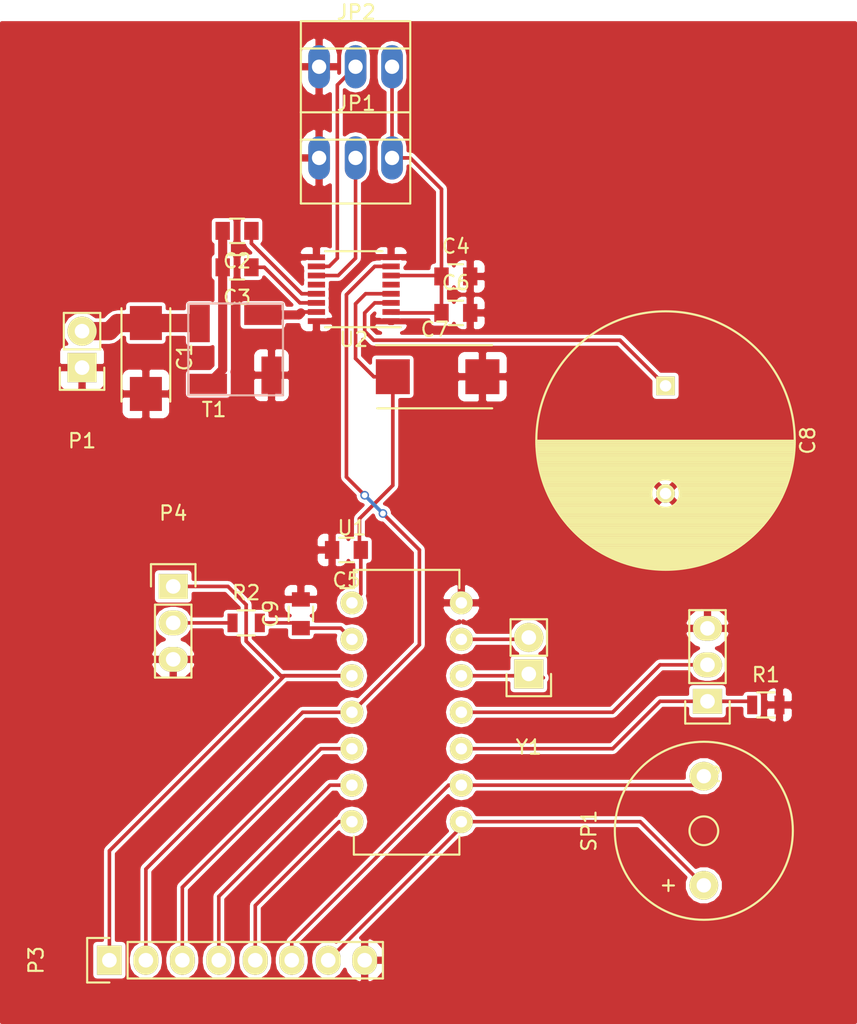
<source format=kicad_pcb>
(kicad_pcb (version 4) (host pcbnew "(2015-06-05 BZR 5717)-product")

  (general
    (links 56)
    (no_connects 0)
    (area 114.3 69.37 174.907524 140.970001)
    (thickness 1.6)
    (drawings 0)
    (tracks 115)
    (zones 0)
    (modules 22)
    (nets 27)
  )

  (page A4)
  (layers
    (0 F.Cu signal)
    (31 B.Cu signal)
    (32 B.Adhes user)
    (33 F.Adhes user)
    (34 B.Paste user)
    (35 F.Paste user)
    (36 B.SilkS user)
    (37 F.SilkS user)
    (38 B.Mask user)
    (39 F.Mask user)
    (40 Dwgs.User user)
    (41 Cmts.User user)
    (42 Eco1.User user)
    (43 Eco2.User user)
    (44 Edge.Cuts user)
    (45 Margin user)
    (46 B.CrtYd user)
    (47 F.CrtYd user)
    (48 B.Fab user)
    (49 F.Fab user)
  )

  (setup
    (last_trace_width 0.254)
    (user_trace_width 0.254)
    (user_trace_width 0.635)
    (user_trace_width 1.27)
    (user_trace_width 2.54)
    (trace_clearance 0.2)
    (zone_clearance 0.254)
    (zone_45_only no)
    (trace_min 0.254)
    (segment_width 0.2)
    (edge_width 0.1)
    (via_size 0.6)
    (via_drill 0.4)
    (via_min_size 0.381)
    (via_min_drill 0.3)
    (uvia_size 0.3)
    (uvia_drill 0.1)
    (uvias_allowed no)
    (uvia_min_size 0.2)
    (uvia_min_drill 0.1)
    (pcb_text_width 0.3)
    (pcb_text_size 1.5 1.5)
    (mod_edge_width 0.15)
    (mod_text_size 1 1)
    (mod_text_width 0.15)
    (pad_size 1.5 1.5)
    (pad_drill 0.6)
    (pad_to_mask_clearance 0)
    (aux_axis_origin 0 0)
    (visible_elements FFFFFF7F)
    (pcbplotparams
      (layerselection 0x00000_80000001)
      (usegerberextensions false)
      (excludeedgelayer true)
      (linewidth 0.100000)
      (plotframeref false)
      (viasonmask false)
      (mode 1)
      (useauxorigin false)
      (hpglpennumber 1)
      (hpglpenspeed 20)
      (hpglpendiameter 15)
      (hpglpenoverlay 2)
      (psnegative false)
      (psa4output false)
      (plotreference false)
      (plotvalue false)
      (plotinvisibletext false)
      (padsonsilk false)
      (subtractmaskfromsilk false)
      (outputformat 1)
      (mirror false)
      (drillshape 0)
      (scaleselection 1)
      (outputdirectory "/Users/mike1000/Documents/Kicad Projects/Heat Powered MSP430/Gerbers/"))
  )

  (net 0 "")
  (net 1 GND)
  (net 2 "Net-(C1-Pad1)")
  (net 3 "Net-(C2-Pad1)")
  (net 4 "Net-(C2-Pad2)")
  (net 5 "Net-(C3-Pad1)")
  (net 6 "Net-(C4-Pad1)")
  (net 7 VCC_MAIN)
  (net 8 "Net-(C8-Pad1)")
  (net 9 "Net-(C9-Pad1)")
  (net 10 "Net-(JP1-Pad2)")
  (net 11 "Net-(JP2-Pad2)")
  (net 12 "Net-(P2-Pad1)")
  (net 13 "Net-(P2-Pad2)")
  (net 14 PWR_GOOD)
  (net 15 "Net-(P3-Pad3)")
  (net 16 "Net-(P3-Pad4)")
  (net 17 "Net-(P3-Pad5)")
  (net 18 "Net-(P3-Pad6)")
  (net 19 "Net-(P3-Pad7)")
  (net 20 "Net-(P4-Pad2)")
  (net 21 "Net-(T1-Pad2)")
  (net 22 "Net-(U1-Pad12)")
  (net 23 "Net-(U1-Pad13)")
  (net 24 "Net-(U2-Pad5)")
  (net 25 "Net-(U2-Pad12)")
  (net 26 "Net-(P3-Pad1)")

  (net_class Default "This is the default net class."
    (clearance 0.2)
    (trace_width 0.25)
    (via_dia 0.6)
    (via_drill 0.4)
    (uvia_dia 0.3)
    (uvia_drill 0.1)
    (add_net GND)
    (add_net "Net-(C1-Pad1)")
    (add_net "Net-(C2-Pad1)")
    (add_net "Net-(C2-Pad2)")
    (add_net "Net-(C3-Pad1)")
    (add_net "Net-(C4-Pad1)")
    (add_net "Net-(C8-Pad1)")
    (add_net "Net-(C9-Pad1)")
    (add_net "Net-(JP1-Pad2)")
    (add_net "Net-(JP2-Pad2)")
    (add_net "Net-(P2-Pad1)")
    (add_net "Net-(P2-Pad2)")
    (add_net "Net-(P3-Pad1)")
    (add_net "Net-(P3-Pad3)")
    (add_net "Net-(P3-Pad4)")
    (add_net "Net-(P3-Pad5)")
    (add_net "Net-(P3-Pad6)")
    (add_net "Net-(P3-Pad7)")
    (add_net "Net-(P4-Pad2)")
    (add_net "Net-(T1-Pad2)")
    (add_net "Net-(U1-Pad12)")
    (add_net "Net-(U1-Pad13)")
    (add_net "Net-(U2-Pad12)")
    (add_net "Net-(U2-Pad5)")
    (add_net PWR_GOOD)
    (add_net VCC_MAIN)
  )

  (module Capacitors_Tantalum_SMD:TantalC_SizeC_EIA-6032_Reflow (layer F.Cu) (tedit 555EF86D) (tstamp 5588F90C)
    (at 124.46 94.615 270)
    (descr "Tantal Cap. , Size C, EIA-6032, Reflow")
    (tags "Tantal Capacitor Size-C EIA-6032 Reflow")
    (path /55858AC1)
    (attr smd)
    (fp_text reference C1 (at -0.1 -2.7 270) (layer F.SilkS)
      (effects (font (size 1 1) (thickness 0.15)))
    )
    (fp_text value C (at 0 2.9 270) (layer F.Fab)
      (effects (font (size 1 1) (thickness 0.15)))
    )
    (fp_line (start 4 -2) (end -4 -2) (layer F.CrtYd) (width 0.05))
    (fp_line (start -4 -2) (end -4 2) (layer F.CrtYd) (width 0.05))
    (fp_line (start -4 2) (end 4 2) (layer F.CrtYd) (width 0.05))
    (fp_line (start 4 2) (end 4 -2) (layer F.CrtYd) (width 0.05))
    (fp_line (start 3 1.7) (end -3.5 1.7) (layer F.SilkS) (width 0.15))
    (fp_line (start 3 -1.7) (end -3.5 -1.7) (layer F.SilkS) (width 0.15))
    (pad 2 smd rect (at 2.47 0 270) (size 2.37 2.23) (layers F.Cu F.Paste F.Mask)
      (net 1 GND))
    (pad 1 smd rect (at -2.47 0 270) (size 2.37 2.23) (layers F.Cu F.Paste F.Mask)
      (net 2 "Net-(C1-Pad1)"))
    (model Capacitors_Tantalum_SMD.3dshapes/TantalC_SizeC_EIA-6032_Reflow.wrl
      (at (xyz 0 0 0))
      (scale (xyz 1 1 1))
      (rotate (xyz 0 0 180))
    )
  )

  (module Capacitors_SMD:C_0805 (layer F.Cu) (tedit 5415D6EA) (tstamp 5588F912)
    (at 130.81 85.725 180)
    (descr "Capacitor SMD 0805, reflow soldering, AVX (see smccp.pdf)")
    (tags "capacitor 0805")
    (path /55858B50)
    (attr smd)
    (fp_text reference C2 (at 0 -2.1 180) (layer F.SilkS)
      (effects (font (size 1 1) (thickness 0.15)))
    )
    (fp_text value C (at 0 2.1 180) (layer F.Fab)
      (effects (font (size 1 1) (thickness 0.15)))
    )
    (fp_line (start -1.8 -1) (end 1.8 -1) (layer F.CrtYd) (width 0.05))
    (fp_line (start -1.8 1) (end 1.8 1) (layer F.CrtYd) (width 0.05))
    (fp_line (start -1.8 -1) (end -1.8 1) (layer F.CrtYd) (width 0.05))
    (fp_line (start 1.8 -1) (end 1.8 1) (layer F.CrtYd) (width 0.05))
    (fp_line (start 0.5 -0.85) (end -0.5 -0.85) (layer F.SilkS) (width 0.15))
    (fp_line (start -0.5 0.85) (end 0.5 0.85) (layer F.SilkS) (width 0.15))
    (pad 1 smd rect (at -1 0 180) (size 1 1.25) (layers F.Cu F.Paste F.Mask)
      (net 3 "Net-(C2-Pad1)"))
    (pad 2 smd rect (at 1 0 180) (size 1 1.25) (layers F.Cu F.Paste F.Mask)
      (net 4 "Net-(C2-Pad2)"))
    (model Capacitors_SMD.3dshapes/C_0805.wrl
      (at (xyz 0 0 0))
      (scale (xyz 1 1 1))
      (rotate (xyz 0 0 0))
    )
  )

  (module Capacitors_SMD:C_0805 (layer F.Cu) (tedit 5415D6EA) (tstamp 5588F918)
    (at 130.81 88.265 180)
    (descr "Capacitor SMD 0805, reflow soldering, AVX (see smccp.pdf)")
    (tags "capacitor 0805")
    (path /55858B7D)
    (attr smd)
    (fp_text reference C3 (at 0 -2.1 180) (layer F.SilkS)
      (effects (font (size 1 1) (thickness 0.15)))
    )
    (fp_text value C (at 0 2.1 180) (layer F.Fab)
      (effects (font (size 1 1) (thickness 0.15)))
    )
    (fp_line (start -1.8 -1) (end 1.8 -1) (layer F.CrtYd) (width 0.05))
    (fp_line (start -1.8 1) (end 1.8 1) (layer F.CrtYd) (width 0.05))
    (fp_line (start -1.8 -1) (end -1.8 1) (layer F.CrtYd) (width 0.05))
    (fp_line (start 1.8 -1) (end 1.8 1) (layer F.CrtYd) (width 0.05))
    (fp_line (start 0.5 -0.85) (end -0.5 -0.85) (layer F.SilkS) (width 0.15))
    (fp_line (start -0.5 0.85) (end 0.5 0.85) (layer F.SilkS) (width 0.15))
    (pad 1 smd rect (at -1 0 180) (size 1 1.25) (layers F.Cu F.Paste F.Mask)
      (net 5 "Net-(C3-Pad1)"))
    (pad 2 smd rect (at 1 0 180) (size 1 1.25) (layers F.Cu F.Paste F.Mask)
      (net 4 "Net-(C2-Pad2)"))
    (model Capacitors_SMD.3dshapes/C_0805.wrl
      (at (xyz 0 0 0))
      (scale (xyz 1 1 1))
      (rotate (xyz 0 0 0))
    )
  )

  (module Capacitors_SMD:C_0805 (layer F.Cu) (tedit 5415D6EA) (tstamp 5588F91E)
    (at 146.05 88.9)
    (descr "Capacitor SMD 0805, reflow soldering, AVX (see smccp.pdf)")
    (tags "capacitor 0805")
    (path /55858E2A)
    (attr smd)
    (fp_text reference C4 (at 0 -2.1) (layer F.SilkS)
      (effects (font (size 1 1) (thickness 0.15)))
    )
    (fp_text value C (at 0 2.1) (layer F.Fab)
      (effects (font (size 1 1) (thickness 0.15)))
    )
    (fp_line (start -1.8 -1) (end 1.8 -1) (layer F.CrtYd) (width 0.05))
    (fp_line (start -1.8 1) (end 1.8 1) (layer F.CrtYd) (width 0.05))
    (fp_line (start -1.8 -1) (end -1.8 1) (layer F.CrtYd) (width 0.05))
    (fp_line (start 1.8 -1) (end 1.8 1) (layer F.CrtYd) (width 0.05))
    (fp_line (start 0.5 -0.85) (end -0.5 -0.85) (layer F.SilkS) (width 0.15))
    (fp_line (start -0.5 0.85) (end 0.5 0.85) (layer F.SilkS) (width 0.15))
    (pad 1 smd rect (at -1 0) (size 1 1.25) (layers F.Cu F.Paste F.Mask)
      (net 6 "Net-(C4-Pad1)"))
    (pad 2 smd rect (at 1 0) (size 1 1.25) (layers F.Cu F.Paste F.Mask)
      (net 1 GND))
    (model Capacitors_SMD.3dshapes/C_0805.wrl
      (at (xyz 0 0 0))
      (scale (xyz 1 1 1))
      (rotate (xyz 0 0 0))
    )
  )

  (module Capacitors_SMD:C_0805 (layer F.Cu) (tedit 5415D6EA) (tstamp 5588F924)
    (at 138.43 107.95 180)
    (descr "Capacitor SMD 0805, reflow soldering, AVX (see smccp.pdf)")
    (tags "capacitor 0805")
    (path /5588CA9D)
    (attr smd)
    (fp_text reference C5 (at 0 -2.1 180) (layer F.SilkS)
      (effects (font (size 1 1) (thickness 0.15)))
    )
    (fp_text value C (at 0 2.1 180) (layer F.Fab)
      (effects (font (size 1 1) (thickness 0.15)))
    )
    (fp_line (start -1.8 -1) (end 1.8 -1) (layer F.CrtYd) (width 0.05))
    (fp_line (start -1.8 1) (end 1.8 1) (layer F.CrtYd) (width 0.05))
    (fp_line (start -1.8 -1) (end -1.8 1) (layer F.CrtYd) (width 0.05))
    (fp_line (start 1.8 -1) (end 1.8 1) (layer F.CrtYd) (width 0.05))
    (fp_line (start 0.5 -0.85) (end -0.5 -0.85) (layer F.SilkS) (width 0.15))
    (fp_line (start -0.5 0.85) (end 0.5 0.85) (layer F.SilkS) (width 0.15))
    (pad 1 smd rect (at -1 0 180) (size 1 1.25) (layers F.Cu F.Paste F.Mask)
      (net 7 VCC_MAIN))
    (pad 2 smd rect (at 1 0 180) (size 1 1.25) (layers F.Cu F.Paste F.Mask)
      (net 1 GND))
    (model Capacitors_SMD.3dshapes/C_0805.wrl
      (at (xyz 0 0 0))
      (scale (xyz 1 1 1))
      (rotate (xyz 0 0 0))
    )
  )

  (module Capacitors_SMD:C_0805 (layer F.Cu) (tedit 5415D6EA) (tstamp 5588F92A)
    (at 146.05 91.44)
    (descr "Capacitor SMD 0805, reflow soldering, AVX (see smccp.pdf)")
    (tags "capacitor 0805")
    (path /5588C88D)
    (attr smd)
    (fp_text reference C6 (at 0 -2.1) (layer F.SilkS)
      (effects (font (size 1 1) (thickness 0.15)))
    )
    (fp_text value CP (at 0 2.1) (layer F.Fab)
      (effects (font (size 1 1) (thickness 0.15)))
    )
    (fp_line (start -1.8 -1) (end 1.8 -1) (layer F.CrtYd) (width 0.05))
    (fp_line (start -1.8 1) (end 1.8 1) (layer F.CrtYd) (width 0.05))
    (fp_line (start -1.8 -1) (end -1.8 1) (layer F.CrtYd) (width 0.05))
    (fp_line (start 1.8 -1) (end 1.8 1) (layer F.CrtYd) (width 0.05))
    (fp_line (start 0.5 -0.85) (end -0.5 -0.85) (layer F.SilkS) (width 0.15))
    (fp_line (start -0.5 0.85) (end 0.5 0.85) (layer F.SilkS) (width 0.15))
    (pad 1 smd rect (at -1 0) (size 1 1.25) (layers F.Cu F.Paste F.Mask)
      (net 6 "Net-(C4-Pad1)"))
    (pad 2 smd rect (at 1 0) (size 1 1.25) (layers F.Cu F.Paste F.Mask)
      (net 1 GND))
    (model Capacitors_SMD.3dshapes/C_0805.wrl
      (at (xyz 0 0 0))
      (scale (xyz 1 1 1))
      (rotate (xyz 0 0 0))
    )
  )

  (module Capacitors_Tantalum_SMD:TantalC_SizeD_EIA-7343_Reflow (layer F.Cu) (tedit 555EF99E) (tstamp 5588F930)
    (at 144.78 95.885)
    (descr "Tantal Cap. , Size D, EIA-7343, Reflow")
    (tags "Tantal Capacitor Size-D EIA-7343 Reflow")
    (path /5588C7C3)
    (attr smd)
    (fp_text reference C7 (at -0.20066 -3.29946) (layer F.SilkS)
      (effects (font (size 1 1) (thickness 0.15)))
    )
    (fp_text value CP (at -0.09906 3.59918) (layer F.Fab)
      (effects (font (size 1 1) (thickness 0.15)))
    )
    (fp_line (start 4.6 -2.6) (end -4.6 -2.6) (layer F.CrtYd) (width 0.05))
    (fp_line (start -4.6 -2.6) (end -4.6 2.6) (layer F.CrtYd) (width 0.05))
    (fp_line (start -4.6 2.6) (end 4.6 2.6) (layer F.CrtYd) (width 0.05))
    (fp_line (start 4.6 2.6) (end 4.6 -2.6) (layer F.CrtYd) (width 0.05))
    (fp_line (start -4.2 2.2) (end 3.8 2.2) (layer F.SilkS) (width 0.15))
    (fp_line (start 3.8 -2.2) (end -4.3 -2.2) (layer F.SilkS) (width 0.15))
    (pad 2 smd rect (at 3.12 0) (size 2.37 2.43) (layers F.Cu F.Paste F.Mask)
      (net 1 GND))
    (pad 1 smd rect (at -3.12 0) (size 2.37 2.43) (layers F.Cu F.Paste F.Mask)
      (net 7 VCC_MAIN))
    (model Capacitors_Tantalum_SMD.3dshapes/TantalC_SizeD_EIA-7343_Reflow.wrl
      (at (xyz 0 0 0))
      (scale (xyz 1 1 1))
      (rotate (xyz 0 0 180))
    )
  )

  (module Capacitors_ThroughHole:C_Radial_D18_L36_P7.5 (layer F.Cu) (tedit 556D2B3A) (tstamp 5588F936)
    (at 160.655 96.52 270)
    (descr "Radial Electrolytic Capacitor Diameter 18mm x Length 36mm, Pitch 7.5mm")
    (tags "Electrolytic Capacitor")
    (path /5588C654)
    (fp_text reference C8 (at 3.81 -9.906 270) (layer F.SilkS)
      (effects (font (size 1 1) (thickness 0.15)))
    )
    (fp_text value CP (at 3.81 10.16 270) (layer F.Fab)
      (effects (font (size 1 1) (thickness 0.15)))
    )
    (fp_line (start 12.6492 -1.4732) (end 12.6746 1.3462) (layer F.SilkS) (width 0.15))
    (fp_line (start 12.5476 2.0828) (end 12.5222 -2.0574) (layer F.SilkS) (width 0.15))
    (fp_line (start 12.4206 -2.5908) (end 12.4206 2.4892) (layer F.SilkS) (width 0.15))
    (fp_line (start 12.2936 2.9464) (end 12.2936 -2.8956) (layer F.SilkS) (width 0.15))
    (fp_line (start 12.1666 -3.2766) (end 12.1666 3.2512) (layer F.SilkS) (width 0.15))
    (fp_line (start 12.0396 3.5814) (end 12.0396 -3.556) (layer F.SilkS) (width 0.15))
    (fp_line (start 11.9126 -3.8862) (end 11.9126 3.8354) (layer F.SilkS) (width 0.15))
    (fp_line (start 11.7856 4.1402) (end 11.7856 -4.1148) (layer F.SilkS) (width 0.15))
    (fp_line (start 11.6586 4.3942) (end 11.6586 -4.318) (layer F.SilkS) (width 0.15))
    (fp_line (start 3.825 -9) (end 3.825 9) (layer F.SilkS) (width 0.15))
    (fp_line (start 3.965 -8.997) (end 3.965 8.997) (layer F.SilkS) (width 0.15))
    (fp_line (start 4.105 -8.992) (end 4.105 8.992) (layer F.SilkS) (width 0.15))
    (fp_line (start 4.245 -8.985) (end 4.245 8.985) (layer F.SilkS) (width 0.15))
    (fp_line (start 4.385 -8.975) (end 4.385 8.975) (layer F.SilkS) (width 0.15))
    (fp_line (start 4.525 -8.962) (end 4.525 8.962) (layer F.SilkS) (width 0.15))
    (fp_line (start 4.665 -8.948) (end 4.665 8.948) (layer F.SilkS) (width 0.15))
    (fp_line (start 4.805 -8.93) (end 4.805 8.93) (layer F.SilkS) (width 0.15))
    (fp_line (start 4.945 -8.91) (end 4.945 8.91) (layer F.SilkS) (width 0.15))
    (fp_line (start 5.085 -8.888) (end 5.085 8.888) (layer F.SilkS) (width 0.15))
    (fp_line (start 5.225 -8.863) (end 5.225 8.863) (layer F.SilkS) (width 0.15))
    (fp_line (start 5.365 -8.835) (end 5.365 8.835) (layer F.SilkS) (width 0.15))
    (fp_line (start 5.505 -8.805) (end 5.505 8.805) (layer F.SilkS) (width 0.15))
    (fp_line (start 5.645 -8.772) (end 5.645 8.772) (layer F.SilkS) (width 0.15))
    (fp_line (start 5.785 -8.737) (end 5.785 8.737) (layer F.SilkS) (width 0.15))
    (fp_line (start 5.925 -8.699) (end 5.925 8.699) (layer F.SilkS) (width 0.15))
    (fp_line (start 6.065 -8.658) (end 6.065 8.658) (layer F.SilkS) (width 0.15))
    (fp_line (start 6.205 -8.614) (end 6.205 8.614) (layer F.SilkS) (width 0.15))
    (fp_line (start 6.345 -8.567) (end 6.345 8.567) (layer F.SilkS) (width 0.15))
    (fp_line (start 6.485 -8.518) (end 6.485 8.518) (layer F.SilkS) (width 0.15))
    (fp_line (start 6.625 -8.466) (end 6.625 -0.484) (layer F.SilkS) (width 0.15))
    (fp_line (start 6.625 0.484) (end 6.625 8.466) (layer F.SilkS) (width 0.15))
    (fp_line (start 6.765 -8.45) (end 6.765 -0.678) (layer F.SilkS) (width 0.15))
    (fp_line (start 6.765 0.678) (end 6.765 8.41) (layer F.SilkS) (width 0.15))
    (fp_line (start 6.905 -8.4) (end 6.905 -0.804) (layer F.SilkS) (width 0.15))
    (fp_line (start 6.905 0.804) (end 6.905 8.38) (layer F.SilkS) (width 0.15))
    (fp_line (start 7.045 -8.35) (end 7.045 -0.89) (layer F.SilkS) (width 0.15))
    (fp_line (start 7.045 0.89) (end 7.045 8.35) (layer F.SilkS) (width 0.15))
    (fp_line (start 7.185 -8.25) (end 7.185 -0.949) (layer F.SilkS) (width 0.15))
    (fp_line (start 7.185 0.949) (end 7.185 8.33) (layer F.SilkS) (width 0.15))
    (fp_line (start 7.325 -8.25) (end 7.325 -0.985) (layer F.SilkS) (width 0.15))
    (fp_line (start 7.325 0.985) (end 7.325 8.28) (layer F.SilkS) (width 0.15))
    (fp_line (start 7.465 -8.185) (end 7.465 -0.999) (layer F.SilkS) (width 0.15))
    (fp_line (start 7.465 0.999) (end 7.465 8.2) (layer F.SilkS) (width 0.15))
    (fp_line (start 7.605 -8.15) (end 7.605 -0.994) (layer F.SilkS) (width 0.15))
    (fp_line (start 7.605 0.994) (end 7.605 8.15) (layer F.SilkS) (width 0.15))
    (fp_line (start 7.745 -8.1) (end 7.745 -0.97) (layer F.SilkS) (width 0.15))
    (fp_line (start 7.745 0.97) (end 7.745 8.05) (layer F.SilkS) (width 0.15))
    (fp_line (start 7.885 -8) (end 7.885 -0.923) (layer F.SilkS) (width 0.15))
    (fp_line (start 7.885 0.923) (end 7.885 7.95) (layer F.SilkS) (width 0.15))
    (fp_line (start 8.025 -7.9) (end 8.025 -0.851) (layer F.SilkS) (width 0.15))
    (fp_line (start 8.025 0.851) (end 8.025 7.87) (layer F.SilkS) (width 0.15))
    (fp_line (start 8.165 -7.8) (end 8.165 -0.747) (layer F.SilkS) (width 0.15))
    (fp_line (start 8.165 0.747) (end 8.165 7.85) (layer F.SilkS) (width 0.15))
    (fp_line (start 8.305 -7.75) (end 8.305 -0.593) (layer F.SilkS) (width 0.15))
    (fp_line (start 8.305 0.593) (end 8.305 7.78) (layer F.SilkS) (width 0.15))
    (fp_line (start 8.445 -7.7) (end 8.445 -0.327) (layer F.SilkS) (width 0.15))
    (fp_line (start 8.445 0.327) (end 8.445 7.7) (layer F.SilkS) (width 0.15))
    (fp_line (start 8.585 -7.6) (end 8.585 7.6) (layer F.SilkS) (width 0.15))
    (fp_line (start 8.725 -7.5) (end 8.725 7.5) (layer F.SilkS) (width 0.15))
    (fp_line (start 8.865 -7.4) (end 8.865 7.4) (layer F.SilkS) (width 0.15))
    (fp_line (start 9.005 -7.3) (end 9.005 7.3) (layer F.SilkS) (width 0.15))
    (fp_line (start 9.145 -7.2) (end 9.145 7.2) (layer F.SilkS) (width 0.15))
    (fp_line (start 9.285 -7.1) (end 9.285 7.1) (layer F.SilkS) (width 0.15))
    (fp_line (start 9.425 -7) (end 9.425 7) (layer F.SilkS) (width 0.15))
    (fp_line (start 9.565 -6.9) (end 9.565 6.9) (layer F.SilkS) (width 0.15))
    (fp_line (start 9.705 -6.8) (end 9.705 6.8) (layer F.SilkS) (width 0.15))
    (fp_line (start 9.845 -6.6) (end 9.845 6.6) (layer F.SilkS) (width 0.15))
    (fp_line (start 9.985 -6.5) (end 9.985 6.5) (layer F.SilkS) (width 0.15))
    (fp_line (start 10.125 -6.4) (end 10.125 6.4) (layer F.SilkS) (width 0.15))
    (fp_line (start 10.265 -6.2) (end 10.265 6.2) (layer F.SilkS) (width 0.15))
    (fp_line (start 10.405 -6.1) (end 10.405 6.1) (layer F.SilkS) (width 0.15))
    (fp_line (start 10.545 -5.9) (end 10.545 5.9) (layer F.SilkS) (width 0.15))
    (fp_line (start 10.685 -5.8) (end 10.685 5.8) (layer F.SilkS) (width 0.15))
    (fp_line (start 10.825 -5.6) (end 10.825 5.6) (layer F.SilkS) (width 0.15))
    (fp_line (start 10.965 -5.45) (end 10.965 5.45) (layer F.SilkS) (width 0.15))
    (fp_line (start 11.105 -5.25) (end 11.105 5.25) (layer F.SilkS) (width 0.15))
    (fp_line (start 11.245 -5.05) (end 11.245 5.05) (layer F.SilkS) (width 0.15))
    (fp_line (start 11.385 -4.8) (end 11.385 4.8) (layer F.SilkS) (width 0.15))
    (fp_line (start 11.525 -4.6) (end 11.525 4.6) (layer F.SilkS) (width 0.15))
    (fp_circle (center 7.5 0) (end 7.5 -1) (layer F.SilkS) (width 0.15))
    (fp_circle (center 3.81 0) (end 3.81 -9) (layer F.SilkS) (width 0.15))
    (fp_circle (center 3.81 0) (end 3.81 -9.3) (layer F.CrtYd) (width 0.05))
    (pad 1 thru_hole rect (at 0 0 270) (size 1.3 1.3) (drill 0.8) (layers *.Cu *.Mask F.SilkS)
      (net 8 "Net-(C8-Pad1)"))
    (pad 2 thru_hole circle (at 7.5 0 270) (size 1.3 1.3) (drill 0.8) (layers *.Cu *.Mask F.SilkS)
      (net 1 GND))
    (model Capacitors_ThroughHole.3dshapes/C_Radial_D18_L36_P7.5.wrl
      (at (xyz 0 0 0))
      (scale (xyz 1 1 1))
      (rotate (xyz 0 0 0))
    )
  )

  (module Capacitors_SMD:C_0805 (layer F.Cu) (tedit 5415D6EA) (tstamp 5588F93C)
    (at 135.255 112.395 90)
    (descr "Capacitor SMD 0805, reflow soldering, AVX (see smccp.pdf)")
    (tags "capacitor 0805")
    (path /5588D6C2)
    (attr smd)
    (fp_text reference C9 (at 0 -2.1 90) (layer F.SilkS)
      (effects (font (size 1 1) (thickness 0.15)))
    )
    (fp_text value C (at 0 2.1 90) (layer F.Fab)
      (effects (font (size 1 1) (thickness 0.15)))
    )
    (fp_line (start -1.8 -1) (end 1.8 -1) (layer F.CrtYd) (width 0.05))
    (fp_line (start -1.8 1) (end 1.8 1) (layer F.CrtYd) (width 0.05))
    (fp_line (start -1.8 -1) (end -1.8 1) (layer F.CrtYd) (width 0.05))
    (fp_line (start 1.8 -1) (end 1.8 1) (layer F.CrtYd) (width 0.05))
    (fp_line (start 0.5 -0.85) (end -0.5 -0.85) (layer F.SilkS) (width 0.15))
    (fp_line (start -0.5 0.85) (end 0.5 0.85) (layer F.SilkS) (width 0.15))
    (pad 1 smd rect (at -1 0 90) (size 1 1.25) (layers F.Cu F.Paste F.Mask)
      (net 9 "Net-(C9-Pad1)"))
    (pad 2 smd rect (at 1 0 90) (size 1 1.25) (layers F.Cu F.Paste F.Mask)
      (net 1 GND))
    (model Capacitors_SMD.3dshapes/C_0805.wrl
      (at (xyz 0 0 0))
      (scale (xyz 1 1 1))
      (rotate (xyz 0 0 0))
    )
  )

  (module Connect:PINHEAD1-3 (layer F.Cu) (tedit 0) (tstamp 5588F943)
    (at 139.065 80.645)
    (path /5588BC4C)
    (attr virtual)
    (fp_text reference JP1 (at 0.05 -3.8) (layer F.SilkS)
      (effects (font (size 1 1) (thickness 0.15)))
    )
    (fp_text value JUMPER3 (at 0 3.81) (layer F.Fab)
      (effects (font (size 1 1) (thickness 0.15)))
    )
    (fp_line (start -3.81 -3.175) (end -3.81 3.175) (layer F.SilkS) (width 0.15))
    (fp_line (start 3.81 -3.175) (end 3.81 3.175) (layer F.SilkS) (width 0.15))
    (fp_line (start 3.81 -1.27) (end -3.81 -1.27) (layer F.SilkS) (width 0.15))
    (fp_line (start -3.81 -3.175) (end 3.81 -3.175) (layer F.SilkS) (width 0.15))
    (fp_line (start 3.81 3.175) (end -3.81 3.175) (layer F.SilkS) (width 0.15))
    (pad 1 thru_hole oval (at -2.54 0) (size 1.50622 3.01498) (drill 0.99822) (layers *.Cu *.Mask)
      (net 1 GND))
    (pad 2 thru_hole oval (at 0 0) (size 1.50622 3.01498) (drill 0.99822) (layers *.Cu *.Mask)
      (net 10 "Net-(JP1-Pad2)"))
    (pad 3 thru_hole oval (at 2.54 0) (size 1.50622 3.01498) (drill 0.99822) (layers *.Cu *.Mask)
      (net 6 "Net-(C4-Pad1)"))
  )

  (module Connect:PINHEAD1-3 (layer F.Cu) (tedit 0) (tstamp 5588F94A)
    (at 139.065 74.295)
    (path /5588BBF6)
    (attr virtual)
    (fp_text reference JP2 (at 0.05 -3.8) (layer F.SilkS)
      (effects (font (size 1 1) (thickness 0.15)))
    )
    (fp_text value JUMPER3 (at 0 3.81) (layer F.Fab)
      (effects (font (size 1 1) (thickness 0.15)))
    )
    (fp_line (start -3.81 -3.175) (end -3.81 3.175) (layer F.SilkS) (width 0.15))
    (fp_line (start 3.81 -3.175) (end 3.81 3.175) (layer F.SilkS) (width 0.15))
    (fp_line (start 3.81 -1.27) (end -3.81 -1.27) (layer F.SilkS) (width 0.15))
    (fp_line (start -3.81 -3.175) (end 3.81 -3.175) (layer F.SilkS) (width 0.15))
    (fp_line (start 3.81 3.175) (end -3.81 3.175) (layer F.SilkS) (width 0.15))
    (pad 1 thru_hole oval (at -2.54 0) (size 1.50622 3.01498) (drill 0.99822) (layers *.Cu *.Mask)
      (net 1 GND))
    (pad 2 thru_hole oval (at 0 0) (size 1.50622 3.01498) (drill 0.99822) (layers *.Cu *.Mask)
      (net 11 "Net-(JP2-Pad2)"))
    (pad 3 thru_hole oval (at 2.54 0) (size 1.50622 3.01498) (drill 0.99822) (layers *.Cu *.Mask)
      (net 6 "Net-(C4-Pad1)"))
  )

  (module Pin_Headers:Pin_Header_Straight_1x02 (layer F.Cu) (tedit 54EA090C) (tstamp 5588F950)
    (at 120.015 95.25 180)
    (descr "Through hole pin header")
    (tags "pin header")
    (path /55858A31)
    (fp_text reference P1 (at 0 -5.1 180) (layer F.SilkS)
      (effects (font (size 1 1) (thickness 0.15)))
    )
    (fp_text value CONN_01X02 (at 0 -3.1 180) (layer F.Fab)
      (effects (font (size 1 1) (thickness 0.15)))
    )
    (fp_line (start 1.27 1.27) (end 1.27 3.81) (layer F.SilkS) (width 0.15))
    (fp_line (start 1.55 -1.55) (end 1.55 0) (layer F.SilkS) (width 0.15))
    (fp_line (start -1.75 -1.75) (end -1.75 4.3) (layer F.CrtYd) (width 0.05))
    (fp_line (start 1.75 -1.75) (end 1.75 4.3) (layer F.CrtYd) (width 0.05))
    (fp_line (start -1.75 -1.75) (end 1.75 -1.75) (layer F.CrtYd) (width 0.05))
    (fp_line (start -1.75 4.3) (end 1.75 4.3) (layer F.CrtYd) (width 0.05))
    (fp_line (start 1.27 1.27) (end -1.27 1.27) (layer F.SilkS) (width 0.15))
    (fp_line (start -1.55 0) (end -1.55 -1.55) (layer F.SilkS) (width 0.15))
    (fp_line (start -1.55 -1.55) (end 1.55 -1.55) (layer F.SilkS) (width 0.15))
    (fp_line (start -1.27 1.27) (end -1.27 3.81) (layer F.SilkS) (width 0.15))
    (fp_line (start -1.27 3.81) (end 1.27 3.81) (layer F.SilkS) (width 0.15))
    (pad 1 thru_hole rect (at 0 0 180) (size 2.032 2.032) (drill 1.016) (layers *.Cu *.Mask F.SilkS)
      (net 1 GND))
    (pad 2 thru_hole oval (at 0 2.54 180) (size 2.032 2.032) (drill 1.016) (layers *.Cu *.Mask F.SilkS)
      (net 2 "Net-(C1-Pad1)"))
    (model Pin_Headers.3dshapes/Pin_Header_Straight_1x02.wrl
      (at (xyz 0 -0.05 0))
      (scale (xyz 1 1 1))
      (rotate (xyz 0 0 90))
    )
  )

  (module Pin_Headers:Pin_Header_Straight_1x03 (layer F.Cu) (tedit 558A46B1) (tstamp 5588F957)
    (at 163.576 118.491 180)
    (descr "Through hole pin header")
    (tags "pin header")
    (path /5588D19A)
    (fp_text reference P2 (at 0 -5.1 180) (layer F.SilkS)
      (effects (font (size 1 1) (thickness 0.15)))
    )
    (fp_text value Programmer (at -2.794 5.461 270) (layer F.Fab)
      (effects (font (size 1 1) (thickness 0.15)))
    )
    (fp_line (start -1.75 -1.75) (end -1.75 6.85) (layer F.CrtYd) (width 0.05))
    (fp_line (start 1.75 -1.75) (end 1.75 6.85) (layer F.CrtYd) (width 0.05))
    (fp_line (start -1.75 -1.75) (end 1.75 -1.75) (layer F.CrtYd) (width 0.05))
    (fp_line (start -1.75 6.85) (end 1.75 6.85) (layer F.CrtYd) (width 0.05))
    (fp_line (start -1.27 1.27) (end -1.27 6.35) (layer F.SilkS) (width 0.15))
    (fp_line (start -1.27 6.35) (end 1.27 6.35) (layer F.SilkS) (width 0.15))
    (fp_line (start 1.27 6.35) (end 1.27 1.27) (layer F.SilkS) (width 0.15))
    (fp_line (start 1.55 -1.55) (end 1.55 0) (layer F.SilkS) (width 0.15))
    (fp_line (start 1.27 1.27) (end -1.27 1.27) (layer F.SilkS) (width 0.15))
    (fp_line (start -1.55 0) (end -1.55 -1.55) (layer F.SilkS) (width 0.15))
    (fp_line (start -1.55 -1.55) (end 1.55 -1.55) (layer F.SilkS) (width 0.15))
    (pad 1 thru_hole rect (at 0 0 180) (size 2.032 1.7272) (drill 1.016) (layers *.Cu *.Mask F.SilkS)
      (net 12 "Net-(P2-Pad1)"))
    (pad 2 thru_hole oval (at 0 2.54 180) (size 2.032 1.7272) (drill 1.016) (layers *.Cu *.Mask F.SilkS)
      (net 13 "Net-(P2-Pad2)"))
    (pad 3 thru_hole oval (at 0 5.08 180) (size 2.032 1.7272) (drill 1.016) (layers *.Cu *.Mask F.SilkS)
      (net 1 GND))
    (model Pin_Headers.3dshapes/Pin_Header_Straight_1x03.wrl
      (at (xyz 0 -0.1 0))
      (scale (xyz 1 1 1))
      (rotate (xyz 0 0 90))
    )
  )

  (module Pin_Headers:Pin_Header_Straight_1x08 (layer F.Cu) (tedit 0) (tstamp 5588F963)
    (at 121.92 136.525 90)
    (descr "Through hole pin header")
    (tags "pin header")
    (path /5588F60C)
    (fp_text reference P3 (at 0 -5.1 90) (layer F.SilkS)
      (effects (font (size 1 1) (thickness 0.15)))
    )
    (fp_text value DEBUGME (at 0 -3.1 90) (layer F.Fab)
      (effects (font (size 1 1) (thickness 0.15)))
    )
    (fp_line (start -1.75 -1.75) (end -1.75 19.55) (layer F.CrtYd) (width 0.05))
    (fp_line (start 1.75 -1.75) (end 1.75 19.55) (layer F.CrtYd) (width 0.05))
    (fp_line (start -1.75 -1.75) (end 1.75 -1.75) (layer F.CrtYd) (width 0.05))
    (fp_line (start -1.75 19.55) (end 1.75 19.55) (layer F.CrtYd) (width 0.05))
    (fp_line (start 1.27 1.27) (end 1.27 19.05) (layer F.SilkS) (width 0.15))
    (fp_line (start 1.27 19.05) (end -1.27 19.05) (layer F.SilkS) (width 0.15))
    (fp_line (start -1.27 19.05) (end -1.27 1.27) (layer F.SilkS) (width 0.15))
    (fp_line (start 1.55 -1.55) (end 1.55 0) (layer F.SilkS) (width 0.15))
    (fp_line (start 1.27 1.27) (end -1.27 1.27) (layer F.SilkS) (width 0.15))
    (fp_line (start -1.55 0) (end -1.55 -1.55) (layer F.SilkS) (width 0.15))
    (fp_line (start -1.55 -1.55) (end 1.55 -1.55) (layer F.SilkS) (width 0.15))
    (pad 1 thru_hole rect (at 0 0 90) (size 2.032 1.7272) (drill 1.016) (layers *.Cu *.Mask F.SilkS)
      (net 26 "Net-(P3-Pad1)"))
    (pad 2 thru_hole oval (at 0 2.54 90) (size 2.032 1.7272) (drill 1.016) (layers *.Cu *.Mask F.SilkS)
      (net 14 PWR_GOOD))
    (pad 3 thru_hole oval (at 0 5.08 90) (size 2.032 1.7272) (drill 1.016) (layers *.Cu *.Mask F.SilkS)
      (net 15 "Net-(P3-Pad3)"))
    (pad 4 thru_hole oval (at 0 7.62 90) (size 2.032 1.7272) (drill 1.016) (layers *.Cu *.Mask F.SilkS)
      (net 16 "Net-(P3-Pad4)"))
    (pad 5 thru_hole oval (at 0 10.16 90) (size 2.032 1.7272) (drill 1.016) (layers *.Cu *.Mask F.SilkS)
      (net 17 "Net-(P3-Pad5)"))
    (pad 6 thru_hole oval (at 0 12.7 90) (size 2.032 1.7272) (drill 1.016) (layers *.Cu *.Mask F.SilkS)
      (net 18 "Net-(P3-Pad6)"))
    (pad 7 thru_hole oval (at 0 15.24 90) (size 2.032 1.7272) (drill 1.016) (layers *.Cu *.Mask F.SilkS)
      (net 19 "Net-(P3-Pad7)"))
    (pad 8 thru_hole oval (at 0 17.78 90) (size 2.032 1.7272) (drill 1.016) (layers *.Cu *.Mask F.SilkS)
      (net 1 GND))
    (model Pin_Headers.3dshapes/Pin_Header_Straight_1x08.wrl
      (at (xyz 0 -0.35 0))
      (scale (xyz 1 1 1))
      (rotate (xyz 0 0 90))
    )
  )

  (module Pin_Headers:Pin_Header_Straight_1x03 (layer F.Cu) (tedit 0) (tstamp 5588F96A)
    (at 126.365 110.49)
    (descr "Through hole pin header")
    (tags "pin header")
    (path /5588D4B4)
    (fp_text reference P4 (at 0 -5.1) (layer F.SilkS)
      (effects (font (size 1 1) (thickness 0.15)))
    )
    (fp_text value TMP_SENSOR (at 0 -3.1) (layer F.Fab)
      (effects (font (size 1 1) (thickness 0.15)))
    )
    (fp_line (start -1.75 -1.75) (end -1.75 6.85) (layer F.CrtYd) (width 0.05))
    (fp_line (start 1.75 -1.75) (end 1.75 6.85) (layer F.CrtYd) (width 0.05))
    (fp_line (start -1.75 -1.75) (end 1.75 -1.75) (layer F.CrtYd) (width 0.05))
    (fp_line (start -1.75 6.85) (end 1.75 6.85) (layer F.CrtYd) (width 0.05))
    (fp_line (start -1.27 1.27) (end -1.27 6.35) (layer F.SilkS) (width 0.15))
    (fp_line (start -1.27 6.35) (end 1.27 6.35) (layer F.SilkS) (width 0.15))
    (fp_line (start 1.27 6.35) (end 1.27 1.27) (layer F.SilkS) (width 0.15))
    (fp_line (start 1.55 -1.55) (end 1.55 0) (layer F.SilkS) (width 0.15))
    (fp_line (start 1.27 1.27) (end -1.27 1.27) (layer F.SilkS) (width 0.15))
    (fp_line (start -1.55 0) (end -1.55 -1.55) (layer F.SilkS) (width 0.15))
    (fp_line (start -1.55 -1.55) (end 1.55 -1.55) (layer F.SilkS) (width 0.15))
    (pad 1 thru_hole rect (at 0 0) (size 2.032 1.7272) (drill 1.016) (layers *.Cu *.Mask F.SilkS)
      (net 26 "Net-(P3-Pad1)"))
    (pad 2 thru_hole oval (at 0 2.54) (size 2.032 1.7272) (drill 1.016) (layers *.Cu *.Mask F.SilkS)
      (net 20 "Net-(P4-Pad2)"))
    (pad 3 thru_hole oval (at 0 5.08) (size 2.032 1.7272) (drill 1.016) (layers *.Cu *.Mask F.SilkS)
      (net 1 GND))
    (model Pin_Headers.3dshapes/Pin_Header_Straight_1x03.wrl
      (at (xyz 0 -0.1 0))
      (scale (xyz 1 1 1))
      (rotate (xyz 0 0 90))
    )
  )

  (module Resistors_SMD:R_0805 (layer F.Cu) (tedit 5415CDEB) (tstamp 5588F970)
    (at 167.64 118.745)
    (descr "Resistor SMD 0805, reflow soldering, Vishay (see dcrcw.pdf)")
    (tags "resistor 0805")
    (path /5588CC53)
    (attr smd)
    (fp_text reference R1 (at 0 -2.1) (layer F.SilkS)
      (effects (font (size 1 1) (thickness 0.15)))
    )
    (fp_text value R (at 0 2.1) (layer F.Fab)
      (effects (font (size 1 1) (thickness 0.15)))
    )
    (fp_line (start -1.6 -1) (end 1.6 -1) (layer F.CrtYd) (width 0.05))
    (fp_line (start -1.6 1) (end 1.6 1) (layer F.CrtYd) (width 0.05))
    (fp_line (start -1.6 -1) (end -1.6 1) (layer F.CrtYd) (width 0.05))
    (fp_line (start 1.6 -1) (end 1.6 1) (layer F.CrtYd) (width 0.05))
    (fp_line (start 0.6 0.875) (end -0.6 0.875) (layer F.SilkS) (width 0.15))
    (fp_line (start -0.6 -0.875) (end 0.6 -0.875) (layer F.SilkS) (width 0.15))
    (pad 1 smd rect (at -0.95 0) (size 0.7 1.3) (layers F.Cu F.Paste F.Mask)
      (net 12 "Net-(P2-Pad1)"))
    (pad 2 smd rect (at 0.95 0) (size 0.7 1.3) (layers F.Cu F.Paste F.Mask)
      (net 1 GND))
    (model Resistors_SMD.3dshapes/R_0805.wrl
      (at (xyz 0 0 0))
      (scale (xyz 1 1 1))
      (rotate (xyz 0 0 0))
    )
  )

  (module Resistors_SMD:R_0805 (layer F.Cu) (tedit 5415CDEB) (tstamp 5588F976)
    (at 131.445 113.03)
    (descr "Resistor SMD 0805, reflow soldering, Vishay (see dcrcw.pdf)")
    (tags "resistor 0805")
    (path /5588D690)
    (attr smd)
    (fp_text reference R2 (at 0 -2.1) (layer F.SilkS)
      (effects (font (size 1 1) (thickness 0.15)))
    )
    (fp_text value R (at 0 2.1) (layer F.Fab)
      (effects (font (size 1 1) (thickness 0.15)))
    )
    (fp_line (start -1.6 -1) (end 1.6 -1) (layer F.CrtYd) (width 0.05))
    (fp_line (start -1.6 1) (end 1.6 1) (layer F.CrtYd) (width 0.05))
    (fp_line (start -1.6 -1) (end -1.6 1) (layer F.CrtYd) (width 0.05))
    (fp_line (start 1.6 -1) (end 1.6 1) (layer F.CrtYd) (width 0.05))
    (fp_line (start 0.6 0.875) (end -0.6 0.875) (layer F.SilkS) (width 0.15))
    (fp_line (start -0.6 -0.875) (end 0.6 -0.875) (layer F.SilkS) (width 0.15))
    (pad 1 smd rect (at -0.95 0) (size 0.7 1.3) (layers F.Cu F.Paste F.Mask)
      (net 20 "Net-(P4-Pad2)"))
    (pad 2 smd rect (at 0.95 0) (size 0.7 1.3) (layers F.Cu F.Paste F.Mask)
      (net 9 "Net-(C9-Pad1)"))
    (model Resistors_SMD.3dshapes/R_0805.wrl
      (at (xyz 0 0 0))
      (scale (xyz 1 1 1))
      (rotate (xyz 0 0 0))
    )
  )

  (module Buzzers_Beepers:Buzzer_12x9.5RM7.6 (layer F.Cu) (tedit 544E361A) (tstamp 5588F97C)
    (at 163.322 127.508 90)
    (descr "Generic Buzzer, D12mm height 9.5mm with RM7.6mm")
    (tags buzzer)
    (path /5588D92F)
    (fp_text reference SP1 (at 0 -8.001 90) (layer F.SilkS)
      (effects (font (size 1 1) (thickness 0.15)))
    )
    (fp_text value SPEAKER (at -1.00076 8.001 90) (layer F.Fab)
      (effects (font (size 1 1) (thickness 0.15)))
    )
    (fp_circle (center 0 0) (end 1.00076 0) (layer F.SilkS) (width 0.15))
    (fp_text user + (at -3.81 -2.54 90) (layer F.SilkS)
      (effects (font (size 1 1) (thickness 0.15)))
    )
    (fp_circle (center 0 0) (end 6.20014 0) (layer F.SilkS) (width 0.15))
    (pad 1 thru_hole circle (at -3.79984 0 90) (size 2 2) (drill 1.00076) (layers *.Cu *.Mask F.SilkS)
      (net 19 "Net-(P3-Pad7)"))
    (pad 2 thru_hole circle (at 3.79984 0 90) (size 2 2) (drill 1.00076) (layers *.Cu *.Mask F.SilkS)
      (net 18 "Net-(P3-Pad6)"))
    (model Buzzers_Beepers.3dshapes/Buzzer_12x9.5RM7.6.wrl
      (at (xyz 0 0 0))
      (scale (xyz 4 4 4))
      (rotate (xyz 0 0 0))
    )
  )

  (module partlib:WE_EHPI (layer F.Cu) (tedit 5588F760) (tstamp 5588F989)
    (at 130.81 93.98)
    (path /55858BA2)
    (fp_text reference T1 (at -1.6 4.2) (layer F.SilkS)
      (effects (font (size 1 1) (thickness 0.15)))
    )
    (fp_text value TRANSFO (at -0.8 -4) (layer F.Fab)
      (effects (font (size 1 1) (thickness 0.15)))
    )
    (fp_line (start 0 3.2) (end 3.2 3.2) (layer B.SilkS) (width 0.15))
    (fp_line (start 3.2 3.2) (end 3.2 -3.2) (layer B.SilkS) (width 0.15))
    (fp_line (start 3.2 -3.2) (end -3.4 -3.2) (layer B.SilkS) (width 0.15))
    (fp_line (start -3.4 -3.2) (end -3.4 3.2) (layer B.SilkS) (width 0.15))
    (fp_line (start -3.4 3.2) (end 0 3.2) (layer B.SilkS) (width 0.15))
    (pad 1 smd rect (at -2.6 -1.8) (size 1.4 2.6) (layers F.Cu F.Paste F.Mask)
      (net 2 "Net-(C1-Pad1)"))
    (pad 2 smd rect (at 1.8 -2.4) (size 2.6 1.4) (layers F.Cu F.Paste F.Mask)
      (net 21 "Net-(T1-Pad2)"))
    (pad 3 smd rect (at 2.4 1.8) (size 1.4 2.6) (layers F.Cu F.Paste F.Mask)
      (net 1 GND))
    (pad 4 smd rect (at -2 2.4) (size 2.6 1.4) (layers F.Cu F.Paste F.Mask)
      (net 4 "Net-(C2-Pad2)"))
  )

  (module Housings_DIP:DIP-14_W7.62mm (layer F.Cu) (tedit 558A3A15) (tstamp 5588F99B)
    (at 138.811 111.633)
    (descr "14-lead dip package, row spacing 7.62 mm (300 mils)")
    (tags "dil dip 2.54 300")
    (path /5588C279)
    (fp_text reference U1 (at 0 -5.22) (layer F.SilkS)
      (effects (font (size 1 1) (thickness 0.15)))
    )
    (fp_text value MSP430G2231IN14 (at 4.064 18.542) (layer F.Fab)
      (effects (font (size 1 1) (thickness 0.15)))
    )
    (fp_line (start -1.05 -2.45) (end -1.05 17.7) (layer F.CrtYd) (width 0.05))
    (fp_line (start 8.65 -2.45) (end 8.65 17.7) (layer F.CrtYd) (width 0.05))
    (fp_line (start -1.05 -2.45) (end 8.65 -2.45) (layer F.CrtYd) (width 0.05))
    (fp_line (start -1.05 17.7) (end 8.65 17.7) (layer F.CrtYd) (width 0.05))
    (fp_line (start 0.135 -2.295) (end 0.135 -1.025) (layer F.SilkS) (width 0.15))
    (fp_line (start 7.485 -2.295) (end 7.485 -1.025) (layer F.SilkS) (width 0.15))
    (fp_line (start 7.485 17.535) (end 7.485 16.265) (layer F.SilkS) (width 0.15))
    (fp_line (start 0.135 17.535) (end 0.135 16.265) (layer F.SilkS) (width 0.15))
    (fp_line (start 0.135 -2.295) (end 7.485 -2.295) (layer F.SilkS) (width 0.15))
    (fp_line (start 0.135 17.535) (end 7.485 17.535) (layer F.SilkS) (width 0.15))
    (fp_line (start 0.135 -1.025) (end -0.8 -1.025) (layer F.SilkS) (width 0.15))
    (pad 1 thru_hole oval (at 0 0) (size 1.6 1.6) (drill 0.8) (layers *.Cu *.Mask F.SilkS)
      (net 7 VCC_MAIN))
    (pad 2 thru_hole oval (at 0 2.54) (size 1.6 1.6) (drill 0.8) (layers *.Cu *.Mask F.SilkS)
      (net 9 "Net-(C9-Pad1)"))
    (pad 3 thru_hole oval (at 0 5.08) (size 1.6 1.6) (drill 0.8) (layers *.Cu *.Mask F.SilkS)
      (net 26 "Net-(P3-Pad1)"))
    (pad 4 thru_hole oval (at 0 7.62) (size 1.6 1.6) (drill 0.8) (layers *.Cu *.Mask F.SilkS)
      (net 14 PWR_GOOD))
    (pad 5 thru_hole oval (at 0 10.16) (size 1.6 1.6) (drill 0.8) (layers *.Cu *.Mask F.SilkS)
      (net 15 "Net-(P3-Pad3)"))
    (pad 6 thru_hole oval (at 0 12.7) (size 1.6 1.6) (drill 0.8) (layers *.Cu *.Mask F.SilkS)
      (net 16 "Net-(P3-Pad4)"))
    (pad 7 thru_hole oval (at 0 15.24) (size 1.6 1.6) (drill 0.8) (layers *.Cu *.Mask F.SilkS)
      (net 17 "Net-(P3-Pad5)"))
    (pad 8 thru_hole oval (at 7.62 15.24) (size 1.6 1.6) (drill 0.8) (layers *.Cu *.Mask F.SilkS)
      (net 19 "Net-(P3-Pad7)"))
    (pad 9 thru_hole oval (at 7.62 12.7) (size 1.6 1.6) (drill 0.8) (layers *.Cu *.Mask F.SilkS)
      (net 18 "Net-(P3-Pad6)"))
    (pad 10 thru_hole oval (at 7.62 10.16) (size 1.6 1.6) (drill 0.8) (layers *.Cu *.Mask F.SilkS)
      (net 12 "Net-(P2-Pad1)"))
    (pad 11 thru_hole oval (at 7.62 7.62) (size 1.6 1.6) (drill 0.8) (layers *.Cu *.Mask F.SilkS)
      (net 13 "Net-(P2-Pad2)"))
    (pad 12 thru_hole oval (at 7.62 5.08) (size 1.6 1.6) (drill 0.8) (layers *.Cu *.Mask F.SilkS)
      (net 22 "Net-(U1-Pad12)"))
    (pad 13 thru_hole oval (at 7.62 2.54) (size 1.6 1.6) (drill 0.8) (layers *.Cu *.Mask F.SilkS)
      (net 23 "Net-(U1-Pad13)"))
    (pad 14 thru_hole oval (at 7.62 0) (size 1.6 1.6) (drill 0.8) (layers *.Cu *.Mask F.SilkS)
      (net 1 GND))
    (model Housings_DIP.3dshapes/DIP-14_W7.62mm.wrl
      (at (xyz 0 0 0))
      (scale (xyz 1 1 1))
      (rotate (xyz 0 0 0))
    )
  )

  (module Housings_SSOP:SSOP-16_3.9x4.9mm_Pitch0.635mm (layer F.Cu) (tedit 54130A77) (tstamp 5588F9AF)
    (at 138.938 89.789 180)
    (descr "SSOP16: plastic shrink small outline package; 16 leads; body width 3.9 mm; lead pitch 0.635; (see NXP SSOP-TSSOP-VSO-REFLOW.pdf and sot519-1_po.pdf)")
    (tags "SSOP 0.635")
    (path /558589D2)
    (attr smd)
    (fp_text reference U2 (at 0 -3.5 180) (layer F.SilkS)
      (effects (font (size 1 1) (thickness 0.15)))
    )
    (fp_text value LTC3108 (at 0 3.5 180) (layer F.Fab)
      (effects (font (size 1 1) (thickness 0.15)))
    )
    (fp_line (start -3.45 -2.75) (end -3.45 2.75) (layer F.CrtYd) (width 0.05))
    (fp_line (start 3.45 -2.75) (end 3.45 2.75) (layer F.CrtYd) (width 0.05))
    (fp_line (start -3.45 -2.75) (end 3.45 -2.75) (layer F.CrtYd) (width 0.05))
    (fp_line (start -3.45 2.75) (end 3.45 2.75) (layer F.CrtYd) (width 0.05))
    (fp_line (start -2 2.6475) (end 2 2.6475) (layer F.SilkS) (width 0.15))
    (fp_line (start -3.275 -2.6475) (end 2 -2.6475) (layer F.SilkS) (width 0.15))
    (pad 1 smd rect (at -2.6 -2.2225 180) (size 1.2 0.4) (layers F.Cu F.Paste F.Mask)
      (net 1 GND))
    (pad 2 smd rect (at -2.6 -1.5875 180) (size 1.2 0.4) (layers F.Cu F.Paste F.Mask)
      (net 6 "Net-(C4-Pad1)"))
    (pad 3 smd rect (at -2.6 -0.9525 180) (size 1.2 0.4) (layers F.Cu F.Paste F.Mask)
      (net 8 "Net-(C8-Pad1)"))
    (pad 4 smd rect (at -2.6 -0.3175 180) (size 1.2 0.4) (layers F.Cu F.Paste F.Mask)
      (net 7 VCC_MAIN))
    (pad 5 smd rect (at -2.6 0.3175 180) (size 1.2 0.4) (layers F.Cu F.Paste F.Mask)
      (net 24 "Net-(U2-Pad5)"))
    (pad 6 smd rect (at -2.6 0.9525 180) (size 1.2 0.4) (layers F.Cu F.Paste F.Mask)
      (net 6 "Net-(C4-Pad1)"))
    (pad 7 smd rect (at -2.6 1.5875 180) (size 1.2 0.4) (layers F.Cu F.Paste F.Mask)
      (net 14 PWR_GOOD))
    (pad 8 smd rect (at -2.6 2.2225 180) (size 1.2 0.4) (layers F.Cu F.Paste F.Mask)
      (net 1 GND))
    (pad 9 smd rect (at 2.6 2.2225 180) (size 1.2 0.4) (layers F.Cu F.Paste F.Mask)
      (net 1 GND))
    (pad 10 smd rect (at 2.6 1.5875 180) (size 1.2 0.4) (layers F.Cu F.Paste F.Mask)
      (net 11 "Net-(JP2-Pad2)"))
    (pad 11 smd rect (at 2.6 0.9525 180) (size 1.2 0.4) (layers F.Cu F.Paste F.Mask)
      (net 10 "Net-(JP1-Pad2)"))
    (pad 12 smd rect (at 2.6 0.3175 180) (size 1.2 0.4) (layers F.Cu F.Paste F.Mask)
      (net 25 "Net-(U2-Pad12)"))
    (pad 13 smd rect (at 2.6 -0.3175 180) (size 1.2 0.4) (layers F.Cu F.Paste F.Mask)
      (net 3 "Net-(C2-Pad1)"))
    (pad 14 smd rect (at 2.6 -0.9525 180) (size 1.2 0.4) (layers F.Cu F.Paste F.Mask)
      (net 5 "Net-(C3-Pad1)"))
    (pad 15 smd rect (at 2.6 -1.5875 180) (size 1.2 0.4) (layers F.Cu F.Paste F.Mask)
      (net 21 "Net-(T1-Pad2)"))
    (pad 16 smd rect (at 2.6 -2.2225 180) (size 1.2 0.4) (layers F.Cu F.Paste F.Mask)
      (net 1 GND))
    (model Housings_SSOP.3dshapes/SSOP-16_3.9x4.9mm_Pitch0.635mm.wrl
      (at (xyz 0 0 0))
      (scale (xyz 1 1 1))
      (rotate (xyz 0 0 0))
    )
  )

  (module Pin_Headers:Pin_Header_Straight_1x02 (layer F.Cu) (tedit 54EA090C) (tstamp 5588F9B5)
    (at 151.13 116.586 180)
    (descr "Through hole pin header")
    (tags "pin header")
    (path /5588CC8C)
    (fp_text reference Y1 (at 0 -5.1 180) (layer F.SilkS)
      (effects (font (size 1 1) (thickness 0.15)))
    )
    (fp_text value Crystal (at 0 -3.1 180) (layer F.Fab)
      (effects (font (size 1 1) (thickness 0.15)))
    )
    (fp_line (start 1.27 1.27) (end 1.27 3.81) (layer F.SilkS) (width 0.15))
    (fp_line (start 1.55 -1.55) (end 1.55 0) (layer F.SilkS) (width 0.15))
    (fp_line (start -1.75 -1.75) (end -1.75 4.3) (layer F.CrtYd) (width 0.05))
    (fp_line (start 1.75 -1.75) (end 1.75 4.3) (layer F.CrtYd) (width 0.05))
    (fp_line (start -1.75 -1.75) (end 1.75 -1.75) (layer F.CrtYd) (width 0.05))
    (fp_line (start -1.75 4.3) (end 1.75 4.3) (layer F.CrtYd) (width 0.05))
    (fp_line (start 1.27 1.27) (end -1.27 1.27) (layer F.SilkS) (width 0.15))
    (fp_line (start -1.55 0) (end -1.55 -1.55) (layer F.SilkS) (width 0.15))
    (fp_line (start -1.55 -1.55) (end 1.55 -1.55) (layer F.SilkS) (width 0.15))
    (fp_line (start -1.27 1.27) (end -1.27 3.81) (layer F.SilkS) (width 0.15))
    (fp_line (start -1.27 3.81) (end 1.27 3.81) (layer F.SilkS) (width 0.15))
    (pad 1 thru_hole rect (at 0 0 180) (size 2.032 2.032) (drill 1.016) (layers *.Cu *.Mask F.SilkS)
      (net 22 "Net-(U1-Pad12)"))
    (pad 2 thru_hole oval (at 0 2.54 180) (size 2.032 2.032) (drill 1.016) (layers *.Cu *.Mask F.SilkS)
      (net 23 "Net-(U1-Pad13)"))
    (model Pin_Headers.3dshapes/Pin_Header_Straight_1x02.wrl
      (at (xyz 0 -0.05 0))
      (scale (xyz 1 1 1))
      (rotate (xyz 0 0 90))
    )
  )

  (segment (start 128.175 92.145) (end 128.21 92.18) (width 0.25) (layer F.Cu) (net 2) (tstamp 5589032A) (status 30))
  (segment (start 121.92 92.71) (end 122.485 92.145) (width 1.27) (layer F.Cu) (net 2) (tstamp 558A3542))
  (segment (start 122.485 92.145) (end 124.46 92.145) (width 1.27) (layer F.Cu) (net 2) (tstamp 558A3543))
  (segment (start 120.015 92.71) (end 121.92 92.71) (width 1.27) (layer F.Cu) (net 2))
  (segment (start 128.175 92.145) (end 128.21 92.18) (width 1.27) (layer F.Cu) (net 2) (tstamp 558A3546) (status 30))
  (segment (start 128.175 92.145) (end 128.21 92.18) (width 1.27) (layer F.Cu) (net 2) (tstamp 558A3605))
  (segment (start 124.46 92.145) (end 128.175 92.145) (width 1.27) (layer F.Cu) (net 2))
  (segment (start 135.3185 90.1065) (end 131.81 86.598) (width 0.254) (layer F.Cu) (net 3) (tstamp 558A36CD))
  (segment (start 131.81 86.598) (end 131.81 85.725) (width 0.254) (layer F.Cu) (net 3) (tstamp 558A36CE))
  (segment (start 136.338 90.1065) (end 135.3185 90.1065) (width 0.254) (layer F.Cu) (net 3))
  (segment (start 129.81 85.725) (end 129.81 88.265) (width 0.635) (layer F.Cu) (net 4) (status 10))
  (segment (start 129.81 95.38) (end 128.81 96.38) (width 0.635) (layer F.Cu) (net 4) (tstamp 558A3695))
  (segment (start 129.81 88.265) (end 129.81 95.38) (width 0.635) (layer F.Cu) (net 4))
  (segment (start 131.81 88.265) (end 132.08 88.265) (width 0.25) (layer F.Cu) (net 5) (status 30))
  (segment (start 132.715 88.265) (end 135.1915 90.7415) (width 0.254) (layer F.Cu) (net 5) (tstamp 558A3699))
  (segment (start 135.1915 90.7415) (end 136.338 90.7415) (width 0.254) (layer F.Cu) (net 5) (tstamp 558A36A5))
  (segment (start 131.81 88.265) (end 132.715 88.265) (width 0.254) (layer F.Cu) (net 5))
  (segment (start 141.605 74.295) (end 141.605 80.645) (width 0.254) (layer F.Cu) (net 6))
  (segment (start 145.05 91.44) (end 141.6015 91.44) (width 0.254) (layer F.Cu) (net 6))
  (segment (start 141.6015 91.44) (end 141.538 91.3765) (width 0.254) (layer F.Cu) (net 6) (tstamp 5589049A))
  (segment (start 145.05 88.9) (end 145.05 91.44) (width 0.254) (layer F.Cu) (net 6) (status 20))
  (segment (start 141.605 80.645) (end 142.875 80.645) (width 0.254) (layer F.Cu) (net 6))
  (segment (start 145.05 82.82) (end 145.05 88.9) (width 0.254) (layer F.Cu) (net 6) (tstamp 558903AD))
  (segment (start 142.875 80.645) (end 145.05 82.82) (width 0.254) (layer F.Cu) (net 6) (tstamp 558903A8))
  (segment (start 141.538 88.8365) (end 144.9865 88.8365) (width 0.25) (layer F.Cu) (net 6))
  (segment (start 144.9865 88.8365) (end 145.05 88.9) (width 0.25) (layer F.Cu) (net 6) (tstamp 55890385))
  (segment (start 139.335 111.109) (end 138.811 111.633) (width 0.254) (layer F.Cu) (net 7) (tstamp 558904B9))
  (segment (start 139.065 94.615) (end 139.065 90.805) (width 0.254) (layer F.Cu) (net 7) (tstamp 5589047D))
  (segment (start 139.065 90.805) (end 139.7635 90.1065) (width 0.254) (layer F.Cu) (net 7) (tstamp 5589047F))
  (segment (start 139.7635 90.1065) (end 141.538 90.1065) (width 0.254) (layer F.Cu) (net 7) (tstamp 55890482))
  (segment (start 141.66 95.885) (end 140.335 95.885) (width 0.254) (layer F.Cu) (net 7))
  (segment (start 140.335 95.885) (end 139.065 94.615) (width 0.254) (layer F.Cu) (net 7) (tstamp 5589047B))
  (segment (start 141.66 95.885) (end 140.97 95.885) (width 0.254) (layer F.Cu) (net 7))
  (segment (start 139.335 107.855) (end 139.43 107.95) (width 0.254) (layer F.Cu) (net 7) (tstamp 558CCF62))
  (segment (start 141.66 103.45) (end 141.66 95.885) (width 0.254) (layer F.Cu) (net 7))
  (segment (start 141.66 103.45) (end 139.335 105.775) (width 0.254) (layer F.Cu) (net 7) (tstamp 558A3B6D))
  (segment (start 139.335 107.855) (end 139.335 105.775) (width 0.254) (layer F.Cu) (net 7))
  (segment (start 139.43 111.014) (end 138.811 111.633) (width 0.254) (layer F.Cu) (net 7) (tstamp 558CCF6F))
  (segment (start 139.43 107.95) (end 139.43 111.014) (width 0.254) (layer F.Cu) (net 7))
  (segment (start 141.538 90.7415) (end 140.3985 90.7415) (width 0.254) (layer F.Cu) (net 8))
  (segment (start 157.48 93.345) (end 160.655 96.52) (width 0.254) (layer F.Cu) (net 8) (tstamp 5589048E))
  (segment (start 140.335 93.345) (end 157.48 93.345) (width 0.254) (layer F.Cu) (net 8) (tstamp 5589048B))
  (segment (start 139.7 92.71) (end 140.335 93.345) (width 0.254) (layer F.Cu) (net 8) (tstamp 55890489))
  (segment (start 139.7 91.44) (end 139.7 92.71) (width 0.254) (layer F.Cu) (net 8) (tstamp 55890487))
  (segment (start 140.3985 90.7415) (end 139.7 91.44) (width 0.254) (layer F.Cu) (net 8) (tstamp 55890486))
  (segment (start 135.255 113.395) (end 138.033 113.395) (width 0.25) (layer F.Cu) (net 9))
  (segment (start 138.033 113.395) (end 138.811 114.173) (width 0.25) (layer F.Cu) (net 9) (tstamp 55890247))
  (segment (start 132.395 113.03) (end 134.89 113.03) (width 0.25) (layer F.Cu) (net 9) (status 10))
  (segment (start 134.89 113.03) (end 135.255 113.395) (width 0.25) (layer F.Cu) (net 9) (tstamp 55890244))
  (segment (start 136.338 88.8365) (end 137.8585 88.8365) (width 0.25) (layer F.Cu) (net 10))
  (segment (start 139.065 87.63) (end 139.065 80.645) (width 0.25) (layer F.Cu) (net 10) (tstamp 55890356))
  (segment (start 137.8585 88.8365) (end 139.065 87.63) (width 0.25) (layer F.Cu) (net 10) (tstamp 55890352))
  (segment (start 136.338 88.2015) (end 137.2235 88.2015) (width 0.25) (layer F.Cu) (net 11))
  (segment (start 137.795 75.565) (end 139.065 74.295) (width 0.25) (layer F.Cu) (net 11) (tstamp 55890363))
  (segment (start 137.795 87.63) (end 137.795 75.565) (width 0.25) (layer F.Cu) (net 11) (tstamp 5589035F))
  (segment (start 137.2235 88.2015) (end 137.795 87.63) (width 0.25) (layer F.Cu) (net 11) (tstamp 5589035A))
  (segment (start 163.576 118.491) (end 166.436 118.491) (width 0.254) (layer F.Cu) (net 12))
  (segment (start 166.436 118.491) (end 166.69 118.745) (width 0.254) (layer F.Cu) (net 12) (tstamp 558903E7))
  (segment (start 146.431 121.793) (end 156.972 121.793) (width 0.25) (layer F.Cu) (net 12))
  (segment (start 160.274 118.491) (end 163.576 118.491) (width 0.25) (layer F.Cu) (net 12) (tstamp 558901E4))
  (segment (start 156.972 121.793) (end 160.274 118.491) (width 0.25) (layer F.Cu) (net 12) (tstamp 558901E1))
  (segment (start 146.431 119.253) (end 156.972 119.253) (width 0.25) (layer F.Cu) (net 13))
  (segment (start 160.274 115.951) (end 163.576 115.951) (width 0.25) (layer F.Cu) (net 13) (tstamp 558901EA))
  (segment (start 156.972 119.253) (end 160.274 115.951) (width 0.25) (layer F.Cu) (net 13) (tstamp 558901E8))
  (segment (start 138.811 119.253) (end 135.382 119.253) (width 0.25) (layer F.Cu) (net 14))
  (segment (start 124.46 130.175) (end 124.46 136.525) (width 0.25) (layer F.Cu) (net 14) (tstamp 558901B4))
  (segment (start 135.382 119.253) (end 124.46 130.175) (width 0.25) (layer F.Cu) (net 14) (tstamp 558901AC))
  (segment (start 140.3985 88.2015) (end 138.43 90.17) (width 0.254) (layer F.Cu) (net 14) (tstamp 558CCF12))
  (segment (start 138.43 90.17) (end 138.43 102.87) (width 0.254) (layer F.Cu) (net 14) (tstamp 558CCF1E))
  (segment (start 138.43 102.87) (end 139.7 104.14) (width 0.254) (layer F.Cu) (net 14) (tstamp 558CCF26))
  (via (at 139.7 104.14) (size 0.6) (layers F.Cu B.Cu) (net 14))
  (segment (start 139.7 104.14) (end 140.97 105.41) (width 0.254) (layer B.Cu) (net 14) (tstamp 558CCF2A))
  (via (at 140.97 105.41) (size 0.6) (layers F.Cu B.Cu) (net 14))
  (segment (start 140.97 105.41) (end 143.51 107.95) (width 0.254) (layer F.Cu) (net 14) (tstamp 558CCF2D))
  (segment (start 143.51 107.95) (end 143.51 114.554) (width 0.254) (layer F.Cu) (net 14) (tstamp 558CCF2E))
  (segment (start 143.51 114.554) (end 138.811 119.253) (width 0.254) (layer F.Cu) (net 14) (tstamp 558CCF32))
  (segment (start 141.538 88.2015) (end 140.3985 88.2015) (width 0.254) (layer F.Cu) (net 14))
  (segment (start 138.811 121.793) (end 136.652 121.793) (width 0.25) (layer F.Cu) (net 15))
  (segment (start 127 131.445) (end 127 136.525) (width 0.25) (layer F.Cu) (net 15) (tstamp 558901BB))
  (segment (start 136.652 121.793) (end 127 131.445) (width 0.25) (layer F.Cu) (net 15) (tstamp 558901B8))
  (segment (start 138.811 124.333) (end 137.287 124.333) (width 0.25) (layer F.Cu) (net 16))
  (segment (start 129.54 132.08) (end 129.54 136.525) (width 0.25) (layer F.Cu) (net 16) (tstamp 558901C0))
  (segment (start 137.287 124.333) (end 129.54 132.08) (width 0.25) (layer F.Cu) (net 16) (tstamp 558901BF))
  (segment (start 138.811 126.873) (end 137.922 126.873) (width 0.25) (layer F.Cu) (net 17))
  (segment (start 132.08 132.715) (end 132.08 136.525) (width 0.25) (layer F.Cu) (net 17) (tstamp 558901C5))
  (segment (start 137.922 126.873) (end 132.08 132.715) (width 0.25) (layer F.Cu) (net 17) (tstamp 558901C4))
  (segment (start 146.431 124.333) (end 162.69716 124.333) (width 0.25) (layer F.Cu) (net 18))
  (segment (start 162.69716 124.333) (end 163.322 123.70816) (width 0.25) (layer F.Cu) (net 18) (tstamp 558901D7))
  (segment (start 146.431 124.333) (end 145.542 124.333) (width 0.25) (layer F.Cu) (net 18))
  (segment (start 134.62 135.255) (end 134.62 136.525) (width 0.25) (layer F.Cu) (net 18) (tstamp 558901CA))
  (segment (start 145.542 124.333) (end 134.62 135.255) (width 0.25) (layer F.Cu) (net 18) (tstamp 558901C9))
  (segment (start 146.431 126.873) (end 158.88716 126.873) (width 0.25) (layer F.Cu) (net 19))
  (segment (start 158.88716 126.873) (end 163.322 131.30784) (width 0.25) (layer F.Cu) (net 19) (tstamp 558901D3))
  (segment (start 146.431 126.873) (end 146.431 127.254) (width 0.25) (layer F.Cu) (net 19))
  (segment (start 146.431 127.254) (end 137.16 136.525) (width 0.25) (layer F.Cu) (net 19) (tstamp 558901CE))
  (segment (start 126.365 113.03) (end 130.495 113.03) (width 0.25) (layer F.Cu) (net 20) (status 20))
  (segment (start 133.0415 92.0115) (end 132.61 91.58) (width 0.25) (layer F.Cu) (net 21) (tstamp 558902E2) (status 30))
  (segment (start 135.115 91.58) (end 135.255 91.44) (width 0.635) (layer F.Cu) (net 21) (tstamp 558A3621))
  (segment (start 132.61 91.58) (end 135.115 91.58) (width 0.635) (layer F.Cu) (net 21))
  (segment (start 135.3185 91.3765) (end 135.115 91.58) (width 0.254) (layer F.Cu) (net 21) (tstamp 558A362B))
  (segment (start 136.338 91.3765) (end 135.3185 91.3765) (width 0.254) (layer F.Cu) (net 21))
  (segment (start 146.431 116.713) (end 151.003 116.713) (width 0.254) (layer F.Cu) (net 22) (status C00000))
  (segment (start 151.003 116.713) (end 151.13 116.586) (width 0.254) (layer F.Cu) (net 22) (tstamp 55C199D9) (status C00000))
  (segment (start 152.146 116.8527) (end 151.8793 116.586) (width 0.25) (layer F.Cu) (net 22) (tstamp 558901F1) (status 30))
  (segment (start 146.431 114.173) (end 151.003 114.173) (width 0.254) (layer F.Cu) (net 23) (status C00000))
  (segment (start 151.003 114.173) (end 151.13 114.046) (width 0.254) (layer F.Cu) (net 23) (tstamp 55C199D6) (status C00000))
  (segment (start 134.112 116.713) (end 130.81 120.015) (width 0.25) (layer F.Cu) (net 26) (tstamp 558901A0))
  (segment (start 121.92 128.905) (end 121.92 136.525) (width 0.25) (layer F.Cu) (net 26) (tstamp 558901A8))
  (segment (start 130.81 120.015) (end 121.92 128.905) (width 0.25) (layer F.Cu) (net 26) (tstamp 55890517))
  (segment (start 138.811 116.713) (end 134.112 116.713) (width 0.254) (layer F.Cu) (net 26))
  (segment (start 133.858 116.713) (end 131.445 114.3) (width 0.254) (layer F.Cu) (net 26) (tstamp 558CCEEC))
  (segment (start 131.445 114.3) (end 131.445 111.76) (width 0.254) (layer F.Cu) (net 26) (tstamp 558CCEEE))
  (segment (start 131.445 111.76) (end 130.175 110.49) (width 0.254) (layer F.Cu) (net 26) (tstamp 558CCEF0))
  (segment (start 130.175 110.49) (end 126.365 110.49) (width 0.254) (layer F.Cu) (net 26) (tstamp 558CCEF2))
  (segment (start 138.811 116.713) (end 133.858 116.713) (width 0.254) (layer F.Cu) (net 26))

  (zone (net 1) (net_name GND) (layer F.Cu) (tstamp 5588FEE7) (hatch edge 0.508)
    (connect_pads (clearance 0.254))
    (min_thickness 0.254)
    (fill yes (arc_segments 16) (thermal_gap 0.508) (thermal_bridge_width 0.508))
    (polygon
      (pts
        (xy 173.99 140.97) (xy 114.3 140.97) (xy 114.3 71.12) (xy 173.99 71.12)
      )
    )
    (filled_polygon
      (pts
        (xy 173.863 140.843) (xy 169.575 140.843) (xy 169.575 119.52131) (xy 169.575 119.268691) (xy 169.575 119.03075)
        (xy 169.575 118.45925) (xy 169.575 118.221309) (xy 169.575 117.96869) (xy 169.478327 117.735301) (xy 169.299698 117.556673)
        (xy 169.066309 117.46) (xy 168.87575 117.46) (xy 168.717 117.61875) (xy 168.717 118.618) (xy 169.41625 118.618)
        (xy 169.575 118.45925) (xy 169.575 119.03075) (xy 169.41625 118.872) (xy 168.717 118.872) (xy 168.717 119.87125)
        (xy 168.87575 120.03) (xy 169.066309 120.03) (xy 169.299698 119.933327) (xy 169.478327 119.754699) (xy 169.575 119.52131)
        (xy 169.575 140.843) (xy 168.463 140.843) (xy 168.463 119.87125) (xy 168.463 118.872) (xy 168.463 118.618)
        (xy 168.463 117.61875) (xy 168.30425 117.46) (xy 168.113691 117.46) (xy 167.880302 117.556673) (xy 167.701673 117.735301)
        (xy 167.605 117.96869) (xy 167.605 118.221309) (xy 167.605 118.45925) (xy 167.76375 118.618) (xy 168.463 118.618)
        (xy 168.463 118.872) (xy 167.76375 118.872) (xy 167.605 119.03075) (xy 167.605 119.268691) (xy 167.605 119.52131)
        (xy 167.701673 119.754699) (xy 167.880302 119.933327) (xy 168.113691 120.03) (xy 168.30425 120.03) (xy 168.463 119.87125)
        (xy 168.463 140.843) (xy 167.428464 140.843) (xy 167.428464 119.395) (xy 167.428464 118.095) (xy 167.400278 117.949726)
        (xy 167.316404 117.822044) (xy 167.189784 117.736574) (xy 167.04 117.706536) (xy 166.34 117.706536) (xy 166.194726 117.734722)
        (xy 166.067044 117.818596) (xy 165.981574 117.945216) (xy 165.973996 117.983) (xy 165.183358 117.983) (xy 165.183358 113.770026)
        (xy 165.183358 113.051974) (xy 165.180709 113.036209) (xy 164.926732 112.508964) (xy 164.49032 112.119046) (xy 163.937913 111.925816)
        (xy 163.703 112.070076) (xy 163.703 113.284) (xy 165.062217 113.284) (xy 165.183358 113.051974) (xy 165.183358 113.770026)
        (xy 165.062217 113.538) (xy 163.703 113.538) (xy 163.703 113.558) (xy 163.449 113.558) (xy 163.449 113.538)
        (xy 163.449 113.284) (xy 163.449 112.070076) (xy 163.214087 111.925816) (xy 162.66168 112.119046) (xy 162.225268 112.508964)
        (xy 161.971291 113.036209) (xy 161.968642 113.051974) (xy 162.089783 113.284) (xy 163.449 113.284) (xy 163.449 113.538)
        (xy 162.089783 113.538) (xy 161.968642 113.770026) (xy 161.971291 113.785791) (xy 162.225268 114.313036) (xy 162.66168 114.702954)
        (xy 162.934242 114.798295) (xy 162.919943 114.80114) (xy 162.516166 115.070935) (xy 162.266223 115.445) (xy 161.952622 115.445)
        (xy 161.952622 104.200922) (xy 161.923083 103.690572) (xy 161.784611 103.356271) (xy 161.693464 103.334262) (xy 161.693464 97.17)
        (xy 161.693464 95.87) (xy 161.665278 95.724726) (xy 161.581404 95.597044) (xy 161.454784 95.511574) (xy 161.305 95.481536)
        (xy 160.334956 95.481536) (xy 157.83921 92.98579) (xy 157.674403 92.875669) (xy 157.48 92.837) (xy 148.185 92.837)
        (xy 148.185 92.19131) (xy 148.185 91.938691) (xy 148.185 91.72575) (xy 148.185 91.15425) (xy 148.185 90.941309)
        (xy 148.185 90.68869) (xy 148.185 89.65131) (xy 148.185 89.398691) (xy 148.185 89.18575) (xy 148.185 88.61425)
        (xy 148.185 88.401309) (xy 148.185 88.14869) (xy 148.088327 87.915301) (xy 147.909698 87.736673) (xy 147.676309 87.64)
        (xy 147.33575 87.64) (xy 147.177 87.79875) (xy 147.177 88.773) (xy 148.02625 88.773) (xy 148.185 88.61425)
        (xy 148.185 89.18575) (xy 148.02625 89.027) (xy 147.177 89.027) (xy 147.177 90.00125) (xy 147.33575 90.16)
        (xy 147.676309 90.16) (xy 147.909698 90.063327) (xy 148.088327 89.884699) (xy 148.185 89.65131) (xy 148.185 90.68869)
        (xy 148.088327 90.455301) (xy 147.909698 90.276673) (xy 147.676309 90.18) (xy 147.33575 90.18) (xy 147.177 90.33875)
        (xy 147.177 91.313) (xy 148.02625 91.313) (xy 148.185 91.15425) (xy 148.185 91.72575) (xy 148.02625 91.567)
        (xy 147.177 91.567) (xy 147.177 92.54125) (xy 147.33575 92.7) (xy 147.676309 92.7) (xy 147.909698 92.603327)
        (xy 148.088327 92.424699) (xy 148.185 92.19131) (xy 148.185 92.837) (xy 142.287244 92.837) (xy 142.497698 92.749827)
        (xy 142.676327 92.571199) (xy 142.773 92.33781) (xy 142.773 92.27025) (xy 142.61425 92.1115) (xy 141.665 92.1115)
        (xy 141.665 92.1585) (xy 141.411 92.1585) (xy 141.411 92.1115) (xy 140.46175 92.1115) (xy 140.303 92.27025)
        (xy 140.303 92.33781) (xy 140.399673 92.571199) (xy 140.578302 92.749827) (xy 140.788755 92.837) (xy 140.54542 92.837)
        (xy 140.208 92.499579) (xy 140.208 91.65042) (xy 140.394761 91.463658) (xy 140.303 91.68519) (xy 140.303 91.75275)
        (xy 140.46175 91.9115) (xy 140.753511 91.9115) (xy 140.788216 91.934926) (xy 140.938 91.964964) (xy 142.138 91.964964)
        (xy 142.225434 91.948) (xy 144.161536 91.948) (xy 144.161536 92.065) (xy 144.189722 92.210274) (xy 144.273596 92.337956)
        (xy 144.400216 92.423426) (xy 144.55 92.453464) (xy 145.55 92.453464) (xy 145.695274 92.425278) (xy 145.822956 92.341404)
        (xy 145.908426 92.214784) (xy 145.915 92.182002) (xy 145.915 92.19131) (xy 146.011673 92.424699) (xy 146.190302 92.603327)
        (xy 146.423691 92.7) (xy 146.76425 92.7) (xy 146.923 92.54125) (xy 146.923 91.567) (xy 146.903 91.567)
        (xy 146.903 91.313) (xy 146.923 91.313) (xy 146.923 90.33875) (xy 146.76425 90.18) (xy 146.423691 90.18)
        (xy 146.190302 90.276673) (xy 146.011673 90.455301) (xy 145.915 90.68869) (xy 145.915 90.694063) (xy 145.910278 90.669726)
        (xy 145.826404 90.542044) (xy 145.699784 90.456574) (xy 145.558 90.42814) (xy 145.558 89.911911) (xy 145.695274 89.885278)
        (xy 145.822956 89.801404) (xy 145.908426 89.674784) (xy 145.915 89.642002) (xy 145.915 89.65131) (xy 146.011673 89.884699)
        (xy 146.190302 90.063327) (xy 146.423691 90.16) (xy 146.76425 90.16) (xy 146.923 90.00125) (xy 146.923 89.027)
        (xy 146.903 89.027) (xy 146.903 88.773) (xy 146.923 88.773) (xy 146.923 87.79875) (xy 146.76425 87.64)
        (xy 146.423691 87.64) (xy 146.190302 87.736673) (xy 146.011673 87.915301) (xy 145.915 88.14869) (xy 145.915 88.154063)
        (xy 145.910278 88.129726) (xy 145.826404 88.002044) (xy 145.699784 87.916574) (xy 145.558 87.88814) (xy 145.558 82.82)
        (xy 145.519331 82.625597) (xy 145.51933 82.625596) (xy 145.48279 82.57091) (xy 145.40921 82.46079) (xy 145.40921 82.460789)
        (xy 143.23421 80.28579) (xy 143.069403 80.175669) (xy 142.875 80.137) (xy 142.73911 80.137) (xy 142.73911 79.853622)
        (xy 142.652781 79.419617) (xy 142.406937 79.051685) (xy 142.113 78.855282) (xy 142.113 76.084717) (xy 142.406937 75.888315)
        (xy 142.652781 75.520383) (xy 142.73911 75.086378) (xy 142.73911 73.503622) (xy 142.652781 73.069617) (xy 142.406937 72.701685)
        (xy 142.039005 72.455841) (xy 141.605 72.369512) (xy 141.170995 72.455841) (xy 140.803063 72.701685) (xy 140.557219 73.069617)
        (xy 140.47089 73.503622) (xy 140.47089 75.086378) (xy 140.557219 75.520383) (xy 140.803063 75.888315) (xy 141.097 76.084717)
        (xy 141.097 78.855282) (xy 140.803063 79.051685) (xy 140.557219 79.419617) (xy 140.47089 79.853622) (xy 140.47089 81.436378)
        (xy 140.557219 81.870383) (xy 140.803063 82.238315) (xy 141.170995 82.484159) (xy 141.605 82.570488) (xy 142.039005 82.484159)
        (xy 142.406937 82.238315) (xy 142.652781 81.870383) (xy 142.73911 81.436378) (xy 142.73911 81.22753) (xy 144.542 83.03042)
        (xy 144.542 87.888088) (xy 144.404726 87.914722) (xy 144.277044 87.998596) (xy 144.191574 88.125216) (xy 144.161536 88.275)
        (xy 144.161536 88.3305) (xy 142.526464 88.3305) (xy 142.526464 88.276061) (xy 142.676327 88.126199) (xy 142.773 87.89281)
        (xy 142.773 87.82525) (xy 142.773 87.30775) (xy 142.773 87.24019) (xy 142.676327 87.006801) (xy 142.497698 86.828173)
        (xy 142.264309 86.7315) (xy 141.82375 86.7315) (xy 141.665 86.89025) (xy 141.665 87.4665) (xy 142.61425 87.4665)
        (xy 142.773 87.30775) (xy 142.773 87.82525) (xy 142.61425 87.6665) (xy 142.322488 87.6665) (xy 142.287784 87.643074)
        (xy 142.138 87.613036) (xy 141.411 87.613036) (xy 141.411 87.4665) (xy 141.411 86.89025) (xy 141.25225 86.7315)
        (xy 140.811691 86.7315) (xy 140.578302 86.828173) (xy 140.399673 87.006801) (xy 140.303 87.24019) (xy 140.303 87.30775)
        (xy 140.46175 87.4665) (xy 141.411 87.4665) (xy 141.411 87.613036) (xy 140.938 87.613036) (xy 140.792726 87.641222)
        (xy 140.754245 87.6665) (xy 140.46175 87.6665) (xy 140.43475 87.6935) (xy 140.3985 87.6935) (xy 140.303 87.712496)
        (xy 140.236349 87.725753) (xy 140.204096 87.732169) (xy 140.19911 87.7355) (xy 140.19911 81.436378) (xy 140.19911 79.853622)
        (xy 140.112781 79.419617) (xy 139.866937 79.051685) (xy 139.499005 78.805841) (xy 139.065 78.719512) (xy 138.630995 78.805841)
        (xy 138.301 79.026336) (xy 138.301 75.913663) (xy 138.630995 76.134159) (xy 139.065 76.220488) (xy 139.499005 76.134159)
        (xy 139.866937 75.888315) (xy 140.112781 75.520383) (xy 140.19911 75.086378) (xy 140.19911 73.503622) (xy 140.112781 73.069617)
        (xy 139.866937 72.701685) (xy 139.499005 72.455841) (xy 139.065 72.369512) (xy 138.630995 72.455841) (xy 138.263063 72.701685)
        (xy 138.017219 73.069617) (xy 137.93089 73.503622) (xy 137.93089 74.713518) (xy 137.91311 74.731298) (xy 137.91311 74.422)
        (xy 137.91311 74.168) (xy 137.91311 73.41362) (xy 137.758846 72.892081) (xy 137.41674 72.469276) (xy 136.938875 72.209573)
        (xy 136.866674 72.195217) (xy 136.652 72.317838) (xy 136.652 74.168) (xy 137.91311 74.168) (xy 137.91311 74.422)
        (xy 136.652 74.422) (xy 136.652 76.272162) (xy 136.866674 76.394783) (xy 136.938875 76.380427) (xy 137.289 76.190146)
        (xy 137.289 78.749853) (xy 136.938875 78.559573) (xy 136.866674 78.545217) (xy 136.652 78.667838) (xy 136.652 80.518)
        (xy 136.672 80.518) (xy 136.672 80.772) (xy 136.652 80.772) (xy 136.652 82.622162) (xy 136.866674 82.744783)
        (xy 136.938875 82.730427) (xy 137.289 82.540146) (xy 137.289 86.82457) (xy 137.064309 86.7315) (xy 136.62375 86.7315)
        (xy 136.465 86.89025) (xy 136.465 87.4665) (xy 136.485 87.4665) (xy 136.485 87.613036) (xy 136.398 87.613036)
        (xy 136.398 82.622162) (xy 136.398 80.772) (xy 136.398 80.518) (xy 136.398 78.667838) (xy 136.398 76.272162)
        (xy 136.398 74.422) (xy 136.398 74.168) (xy 136.398 72.317838) (xy 136.183326 72.195217) (xy 136.111125 72.209573)
        (xy 135.63326 72.469276) (xy 135.291154 72.892081) (xy 135.13689 73.41362) (xy 135.13689 74.168) (xy 136.398 74.168)
        (xy 136.398 74.422) (xy 135.13689 74.422) (xy 135.13689 75.17638) (xy 135.291154 75.697919) (xy 135.63326 76.120724)
        (xy 136.111125 76.380427) (xy 136.183326 76.394783) (xy 136.398 76.272162) (xy 136.398 78.667838) (xy 136.183326 78.545217)
        (xy 136.111125 78.559573) (xy 135.63326 78.819276) (xy 135.291154 79.242081) (xy 135.13689 79.76362) (xy 135.13689 80.518)
        (xy 136.398 80.518) (xy 136.398 80.772) (xy 135.13689 80.772) (xy 135.13689 81.52638) (xy 135.291154 82.047919)
        (xy 135.63326 82.470724) (xy 136.111125 82.730427) (xy 136.183326 82.744783) (xy 136.398 82.622162) (xy 136.398 87.613036)
        (xy 136.211 87.613036) (xy 136.211 87.4665) (xy 136.211 86.89025) (xy 136.05225 86.7315) (xy 135.611691 86.7315)
        (xy 135.378302 86.828173) (xy 135.199673 87.006801) (xy 135.103 87.24019) (xy 135.103 87.30775) (xy 135.26175 87.4665)
        (xy 136.211 87.4665) (xy 136.211 87.613036) (xy 135.738 87.613036) (xy 135.592726 87.641222) (xy 135.554245 87.6665)
        (xy 135.26175 87.6665) (xy 135.103 87.82525) (xy 135.103 87.89281) (xy 135.199673 88.126199) (xy 135.349536 88.276061)
        (xy 135.349536 88.4015) (xy 135.37271 88.520942) (xy 135.349536 88.6365) (xy 135.349536 89.0365) (xy 135.37271 89.155942)
        (xy 135.349536 89.2715) (xy 135.349536 89.419116) (xy 132.567184 86.636764) (xy 132.582956 86.626404) (xy 132.668426 86.499784)
        (xy 132.698464 86.35) (xy 132.698464 85.1) (xy 132.670278 84.954726) (xy 132.586404 84.827044) (xy 132.459784 84.741574)
        (xy 132.31 84.711536) (xy 131.31 84.711536) (xy 131.164726 84.739722) (xy 131.037044 84.823596) (xy 130.951574 84.950216)
        (xy 130.921536 85.1) (xy 130.921536 86.35) (xy 130.949722 86.495274) (xy 131.033596 86.622956) (xy 131.160216 86.708426)
        (xy 131.31 86.738464) (xy 131.329939 86.738464) (xy 131.340669 86.792403) (xy 131.45079 86.95721) (xy 131.745116 87.251536)
        (xy 131.31 87.251536) (xy 131.164726 87.279722) (xy 131.037044 87.363596) (xy 130.951574 87.490216) (xy 130.921536 87.64)
        (xy 130.921536 88.89) (xy 130.949722 89.035274) (xy 131.033596 89.162956) (xy 131.160216 89.248426) (xy 131.31 89.278464)
        (xy 132.31 89.278464) (xy 132.455274 89.250278) (xy 132.582956 89.166404) (xy 132.668426 89.039784) (xy 132.685621 88.954041)
        (xy 134.613079 90.8815) (xy 134.298464 90.8815) (xy 134.298464 90.88) (xy 134.270278 90.734726) (xy 134.186404 90.607044)
        (xy 134.059784 90.521574) (xy 133.91 90.491536) (xy 131.31 90.491536) (xy 131.164726 90.519722) (xy 131.037044 90.603596)
        (xy 130.951574 90.730216) (xy 130.921536 90.88) (xy 130.921536 92.28) (xy 130.949722 92.425274) (xy 131.033596 92.552956)
        (xy 131.160216 92.638426) (xy 131.31 92.668464) (xy 133.91 92.668464) (xy 134.055274 92.640278) (xy 134.182956 92.556404)
        (xy 134.268426 92.429784) (xy 134.298464 92.28) (xy 134.298464 92.2785) (xy 135.103 92.2785) (xy 135.103 92.33781)
        (xy 135.199673 92.571199) (xy 135.378302 92.749827) (xy 135.611691 92.8465) (xy 136.05225 92.8465) (xy 136.211 92.68775)
        (xy 136.211 92.1115) (xy 136.191 92.1115) (xy 136.191 91.964964) (xy 136.938 91.964964) (xy 137.083274 91.936778)
        (xy 137.121754 91.9115) (xy 137.41425 91.9115) (xy 137.573 91.75275) (xy 137.573 91.68519) (xy 137.476327 91.451801)
        (xy 137.326464 91.301938) (xy 137.326464 91.1765) (xy 137.303289 91.057057) (xy 137.326464 90.9415) (xy 137.326464 90.5415)
        (xy 137.303289 90.422057) (xy 137.326464 90.3065) (xy 137.326464 89.9065) (xy 137.303289 89.787057) (xy 137.326464 89.6715)
        (xy 137.326464 89.3425) (xy 137.8585 89.3425) (xy 138.052138 89.303983) (xy 138.216296 89.194296) (xy 139.422796 87.987796)
        (xy 139.532483 87.823638) (xy 139.532483 87.823637) (xy 139.571 87.63) (xy 139.571 82.436053) (xy 139.866937 82.238315)
        (xy 140.112781 81.870383) (xy 140.19911 81.436378) (xy 140.19911 87.7355) (xy 140.039289 87.84229) (xy 138.07079 89.81079)
        (xy 137.960669 89.975597) (xy 137.922 90.17) (xy 137.922 102.87) (xy 137.960669 103.064403) (xy 138.07079 103.22921)
        (xy 139.018966 104.177386) (xy 139.018882 104.274865) (xy 139.122339 104.525252) (xy 139.313741 104.716987) (xy 139.563946 104.820882)
        (xy 139.570691 104.820887) (xy 138.97579 105.41579) (xy 138.865669 105.580597) (xy 138.827 105.775) (xy 138.827 106.95652)
        (xy 138.784726 106.964722) (xy 138.657044 107.048596) (xy 138.571574 107.175216) (xy 138.565 107.207997) (xy 138.565 107.19869)
        (xy 138.468327 106.965301) (xy 138.289698 106.786673) (xy 138.056309 106.69) (xy 137.71575 106.69) (xy 137.573 106.83275)
        (xy 137.573 92.33781) (xy 137.573 92.27025) (xy 137.41425 92.1115) (xy 136.465 92.1115) (xy 136.465 92.68775)
        (xy 136.62375 92.8465) (xy 137.064309 92.8465) (xy 137.297698 92.749827) (xy 137.476327 92.571199) (xy 137.573 92.33781)
        (xy 137.573 106.83275) (xy 137.557 106.84875) (xy 137.557 107.823) (xy 137.577 107.823) (xy 137.577 108.077)
        (xy 137.557 108.077) (xy 137.557 109.05125) (xy 137.71575 109.21) (xy 138.056309 109.21) (xy 138.289698 109.113327)
        (xy 138.468327 108.934699) (xy 138.565 108.70131) (xy 138.565 108.695936) (xy 138.569722 108.720274) (xy 138.653596 108.847956)
        (xy 138.780216 108.933426) (xy 138.922 108.961859) (xy 138.922 110.469476) (xy 138.834137 110.452) (xy 138.787863 110.452)
        (xy 138.335914 110.541898) (xy 137.95277 110.797907) (xy 137.696761 111.181051) (xy 137.606863 111.633) (xy 137.696761 112.084949)
        (xy 137.95277 112.468093) (xy 138.335914 112.724102) (xy 138.787863 112.814) (xy 138.834137 112.814) (xy 139.286086 112.724102)
        (xy 139.66923 112.468093) (xy 139.925239 112.084949) (xy 140.015137 111.633) (xy 139.925239 111.181051) (xy 139.909466 111.157446)
        (xy 139.938 111.014) (xy 139.938 108.961911) (xy 140.075274 108.935278) (xy 140.202956 108.851404) (xy 140.288426 108.724784)
        (xy 140.318464 108.575) (xy 140.318464 107.325) (xy 140.290278 107.179726) (xy 140.206404 107.052044) (xy 140.079784 106.966574)
        (xy 139.93 106.936536) (xy 139.843 106.936536) (xy 139.843 105.98542) (xy 140.288886 105.539533) (xy 140.288882 105.544865)
        (xy 140.392339 105.795252) (xy 140.583741 105.986987) (xy 140.833946 106.090882) (xy 140.932547 106.090967) (xy 143.002 108.16042)
        (xy 143.002 114.343579) (xy 140.015137 117.330442) (xy 140.015137 116.713) (xy 139.925239 116.261051) (xy 139.66923 115.877907)
        (xy 139.286086 115.621898) (xy 138.834137 115.532) (xy 138.787863 115.532) (xy 138.335914 115.621898) (xy 137.95277 115.877907)
        (xy 137.734213 116.205) (xy 134.112 116.205) (xy 134.068419 116.205) (xy 131.953 114.08958) (xy 131.953 114.050014)
        (xy 132.045 114.068464) (xy 132.745 114.068464) (xy 132.890274 114.040278) (xy 133.017956 113.956404) (xy 133.103426 113.829784)
        (xy 133.133464 113.68) (xy 133.133464 113.536) (xy 134.241536 113.536) (xy 134.241536 113.895) (xy 134.269722 114.040274)
        (xy 134.353596 114.167956) (xy 134.480216 114.253426) (xy 134.63 114.283464) (xy 135.88 114.283464) (xy 136.025274 114.255278)
        (xy 136.152956 114.171404) (xy 136.238426 114.044784) (xy 136.26726 113.901) (xy 137.660967 113.901) (xy 137.606863 114.173)
        (xy 137.696761 114.624949) (xy 137.95277 115.008093) (xy 138.335914 115.264102) (xy 138.787863 115.354) (xy 138.834137 115.354)
        (xy 139.286086 115.264102) (xy 139.66923 115.008093) (xy 139.925239 114.624949) (xy 140.015137 114.173) (xy 139.925239 113.721051)
        (xy 139.66923 113.337907) (xy 139.286086 113.081898) (xy 138.834137 112.992) (xy 138.787863 112.992) (xy 138.418969 113.065377)
        (xy 138.390796 113.037204) (xy 138.226638 112.927517) (xy 138.033 112.889) (xy 137.303 112.889) (xy 137.303 109.05125)
        (xy 137.303 108.077) (xy 137.303 107.823) (xy 137.303 106.84875) (xy 137.14425 106.69) (xy 136.803691 106.69)
        (xy 136.570302 106.786673) (xy 136.391673 106.965301) (xy 136.295 107.19869) (xy 136.295 107.451309) (xy 136.295 107.66425)
        (xy 136.45375 107.823) (xy 137.303 107.823) (xy 137.303 108.077) (xy 136.45375 108.077) (xy 136.295 108.23575)
        (xy 136.295 108.448691) (xy 136.295 108.70131) (xy 136.391673 108.934699) (xy 136.570302 109.113327) (xy 136.803691 109.21)
        (xy 137.14425 109.21) (xy 137.303 109.05125) (xy 137.303 112.889) (xy 136.267299 112.889) (xy 136.240278 112.749726)
        (xy 136.156404 112.622044) (xy 136.029784 112.536574) (xy 135.997002 112.53) (xy 136.00631 112.53) (xy 136.239699 112.433327)
        (xy 136.418327 112.254698) (xy 136.515 112.021309) (xy 136.515 111.68075) (xy 136.515 111.10925) (xy 136.515 110.768691)
        (xy 136.418327 110.535302) (xy 136.239699 110.356673) (xy 136.00631 110.26) (xy 135.753691 110.26) (xy 135.54075 110.26)
        (xy 135.382 110.41875) (xy 135.382 111.268) (xy 136.35625 111.268) (xy 136.515 111.10925) (xy 136.515 111.68075)
        (xy 136.35625 111.522) (xy 135.382 111.522) (xy 135.382 111.542) (xy 135.128 111.542) (xy 135.128 111.522)
        (xy 135.128 111.268) (xy 135.128 110.41875) (xy 134.96925 110.26) (xy 134.756309 110.26) (xy 134.545 110.26)
        (xy 134.545 97.20631) (xy 134.545 96.953691) (xy 134.545 96.06575) (xy 134.545 95.49425) (xy 134.545 94.606309)
        (xy 134.545 94.35369) (xy 134.448327 94.120301) (xy 134.269698 93.941673) (xy 134.036309 93.845) (xy 133.49575 93.845)
        (xy 133.337 94.00375) (xy 133.337 95.653) (xy 134.38625 95.653) (xy 134.545 95.49425) (xy 134.545 96.06575)
        (xy 134.38625 95.907) (xy 133.337 95.907) (xy 133.337 97.55625) (xy 133.49575 97.715) (xy 134.036309 97.715)
        (xy 134.269698 97.618327) (xy 134.448327 97.439699) (xy 134.545 97.20631) (xy 134.545 110.26) (xy 134.50369 110.26)
        (xy 134.270301 110.356673) (xy 134.091673 110.535302) (xy 133.995 110.768691) (xy 133.995 111.10925) (xy 134.15375 111.268)
        (xy 135.128 111.268) (xy 135.128 111.522) (xy 134.15375 111.522) (xy 133.995 111.68075) (xy 133.995 112.021309)
        (xy 134.091673 112.254698) (xy 134.270301 112.433327) (xy 134.489204 112.524) (xy 133.133464 112.524) (xy 133.133464 112.38)
        (xy 133.105278 112.234726) (xy 133.083 112.200812) (xy 133.083 97.55625) (xy 133.083 95.907) (xy 133.083 95.653)
        (xy 133.083 94.00375) (xy 132.92425 93.845) (xy 132.383691 93.845) (xy 132.150302 93.941673) (xy 131.971673 94.120301)
        (xy 131.875 94.35369) (xy 131.875 94.606309) (xy 131.875 95.49425) (xy 132.03375 95.653) (xy 133.083 95.653)
        (xy 133.083 95.907) (xy 132.03375 95.907) (xy 131.875 96.06575) (xy 131.875 96.953691) (xy 131.875 97.20631)
        (xy 131.971673 97.439699) (xy 132.150302 97.618327) (xy 132.383691 97.715) (xy 132.92425 97.715) (xy 133.083 97.55625)
        (xy 133.083 112.200812) (xy 133.021404 112.107044) (xy 132.894784 112.021574) (xy 132.745 111.991536) (xy 132.045 111.991536)
        (xy 131.953 112.009385) (xy 131.953 111.76) (xy 131.920746 111.597849) (xy 131.914331 111.565597) (xy 131.914331 111.565596)
        (xy 131.80421 111.40079) (xy 130.698464 110.295044) (xy 130.698464 88.89) (xy 130.698464 87.64) (xy 130.670278 87.494726)
        (xy 130.586404 87.367044) (xy 130.5085 87.314457) (xy 130.5085 86.675313) (xy 130.582956 86.626404) (xy 130.668426 86.499784)
        (xy 130.698464 86.35) (xy 130.698464 85.1) (xy 130.670278 84.954726) (xy 130.586404 84.827044) (xy 130.459784 84.741574)
        (xy 130.31 84.711536) (xy 129.31 84.711536) (xy 129.164726 84.739722) (xy 129.037044 84.823596) (xy 128.951574 84.950216)
        (xy 128.921536 85.1) (xy 128.921536 86.35) (xy 128.949722 86.495274) (xy 129.033596 86.622956) (xy 129.1115 86.675542)
        (xy 129.1115 87.314686) (xy 129.037044 87.363596) (xy 128.951574 87.490216) (xy 128.921536 87.64) (xy 128.921536 88.89)
        (xy 128.949722 89.035274) (xy 129.033596 89.162956) (xy 129.1115 89.215542) (xy 129.1115 90.556482) (xy 129.059784 90.521574)
        (xy 128.91 90.491536) (xy 127.51 90.491536) (xy 127.364726 90.519722) (xy 127.237044 90.603596) (xy 127.151574 90.730216)
        (xy 127.121536 90.88) (xy 127.121536 91.129) (xy 125.963464 91.129) (xy 125.963464 90.96) (xy 125.935278 90.814726)
        (xy 125.851404 90.687044) (xy 125.724784 90.601574) (xy 125.575 90.571536) (xy 123.345 90.571536) (xy 123.199726 90.599722)
        (xy 123.072044 90.683596) (xy 122.986574 90.810216) (xy 122.956536 90.96) (xy 122.956536 91.129) (xy 122.485 91.129)
        (xy 122.096193 91.206338) (xy 121.76658 91.426579) (xy 121.499159 91.694) (xy 120.988034 91.694) (xy 120.576978 91.41934)
        (xy 120.042369 91.313) (xy 119.987631 91.313) (xy 119.453022 91.41934) (xy 118.999803 91.722172) (xy 118.696971 92.175391)
        (xy 118.590631 92.71) (xy 118.696971 93.244609) (xy 118.933768 93.599) (xy 118.872691 93.599) (xy 118.639302 93.695673)
        (xy 118.460673 93.874301) (xy 118.364 94.10769) (xy 118.364 94.360309) (xy 118.364 94.96425) (xy 118.52275 95.123)
        (xy 119.888 95.123) (xy 119.888 95.103) (xy 120.142 95.103) (xy 120.142 95.123) (xy 121.50725 95.123)
        (xy 121.666 94.96425) (xy 121.666 94.360309) (xy 121.666 94.10769) (xy 121.569327 93.874301) (xy 121.421025 93.726)
        (xy 121.92 93.726) (xy 121.92 93.725999) (xy 122.244299 93.661492) (xy 122.308806 93.648662) (xy 122.308807 93.648662)
        (xy 122.63842 93.42842) (xy 122.90584 93.161) (xy 122.956536 93.161) (xy 122.956536 93.33) (xy 122.984722 93.475274)
        (xy 123.068596 93.602956) (xy 123.195216 93.688426) (xy 123.345 93.718464) (xy 125.575 93.718464) (xy 125.720274 93.690278)
        (xy 125.847956 93.606404) (xy 125.933426 93.479784) (xy 125.963464 93.33) (xy 125.963464 93.161) (xy 127.121536 93.161)
        (xy 127.121536 93.48) (xy 127.149722 93.625274) (xy 127.233596 93.752956) (xy 127.360216 93.838426) (xy 127.51 93.868464)
        (xy 128.91 93.868464) (xy 129.055274 93.840278) (xy 129.1115 93.803343) (xy 129.1115 95.090672) (xy 128.910636 95.291536)
        (xy 127.51 95.291536) (xy 127.364726 95.319722) (xy 127.237044 95.403596) (xy 127.151574 95.530216) (xy 127.121536 95.68)
        (xy 127.121536 97.08) (xy 127.149722 97.225274) (xy 127.233596 97.352956) (xy 127.360216 97.438426) (xy 127.51 97.468464)
        (xy 130.11 97.468464) (xy 130.255274 97.440278) (xy 130.382956 97.356404) (xy 130.468426 97.229784) (xy 130.498464 97.08)
        (xy 130.498464 95.68) (xy 130.473954 95.553673) (xy 130.5085 95.38) (xy 130.5085 89.215313) (xy 130.582956 89.166404)
        (xy 130.668426 89.039784) (xy 130.698464 88.89) (xy 130.698464 110.295044) (xy 130.53421 110.13079) (xy 130.369403 110.020669)
        (xy 130.175 109.982) (xy 127.769464 109.982) (xy 127.769464 109.6264) (xy 127.741278 109.481126) (xy 127.657404 109.353444)
        (xy 127.530784 109.267974) (xy 127.381 109.237936) (xy 126.21 109.237936) (xy 126.21 98.396309) (xy 126.21 97.37075)
        (xy 126.21 96.79925) (xy 126.21 95.773691) (xy 126.113327 95.540302) (xy 125.934699 95.361673) (xy 125.70131 95.265)
        (xy 125.448691 95.265) (xy 124.74575 95.265) (xy 124.587 95.42375) (xy 124.587 96.958) (xy 126.05125 96.958)
        (xy 126.21 96.79925) (xy 126.21 97.37075) (xy 126.05125 97.212) (xy 124.587 97.212) (xy 124.587 98.74625)
        (xy 124.74575 98.905) (xy 125.448691 98.905) (xy 125.70131 98.905) (xy 125.934699 98.808327) (xy 126.113327 98.629698)
        (xy 126.21 98.396309) (xy 126.21 109.237936) (xy 125.349 109.237936) (xy 125.203726 109.266122) (xy 125.076044 109.349996)
        (xy 124.990574 109.476616) (xy 124.960536 109.6264) (xy 124.960536 111.3536) (xy 124.988722 111.498874) (xy 125.072596 111.626556)
        (xy 125.199216 111.712026) (xy 125.349 111.742064) (xy 127.381 111.742064) (xy 127.526274 111.713878) (xy 127.653956 111.630004)
        (xy 127.739426 111.503384) (xy 127.769464 111.3536) (xy 127.769464 110.998) (xy 129.96458 110.998) (xy 130.937 111.97042)
        (xy 130.937 112.009985) (xy 130.845 111.991536) (xy 130.145 111.991536) (xy 129.999726 112.019722) (xy 129.872044 112.103596)
        (xy 129.786574 112.230216) (xy 129.756536 112.38) (xy 129.756536 112.524) (xy 127.674776 112.524) (xy 127.424834 112.149935)
        (xy 127.021057 111.88014) (xy 126.544769 111.7854) (xy 126.185231 111.7854) (xy 125.708943 111.88014) (xy 125.305166 112.149935)
        (xy 125.035371 112.553712) (xy 124.940631 113.03) (xy 125.035371 113.506288) (xy 125.305166 113.910065) (xy 125.708943 114.17986)
        (xy 125.723242 114.182704) (xy 125.45068 114.278046) (xy 125.014268 114.667964) (xy 124.760291 115.195209) (xy 124.757642 115.210974)
        (xy 124.878783 115.443) (xy 126.238 115.443) (xy 126.238 115.423) (xy 126.492 115.423) (xy 126.492 115.443)
        (xy 127.851217 115.443) (xy 127.972358 115.210974) (xy 127.969709 115.195209) (xy 127.715732 114.667964) (xy 127.27932 114.278046)
        (xy 127.006757 114.182704) (xy 127.021057 114.17986) (xy 127.424834 113.910065) (xy 127.674776 113.536) (xy 129.756536 113.536)
        (xy 129.756536 113.68) (xy 129.784722 113.825274) (xy 129.868596 113.952956) (xy 129.995216 114.038426) (xy 130.145 114.068464)
        (xy 130.845 114.068464) (xy 130.937 114.050614) (xy 130.937 114.3) (xy 130.975669 114.494403) (xy 131.08579 114.65921)
        (xy 133.267994 116.841414) (xy 130.452204 119.657204) (xy 127.972358 122.13705) (xy 127.972358 115.929026) (xy 127.851217 115.697)
        (xy 126.492 115.697) (xy 126.492 116.910924) (xy 126.726913 117.055184) (xy 127.27932 116.861954) (xy 127.715732 116.472036)
        (xy 127.969709 115.944791) (xy 127.972358 115.929026) (xy 127.972358 122.13705) (xy 126.238 123.871408) (xy 126.238 116.910924)
        (xy 126.238 115.697) (xy 124.878783 115.697) (xy 124.757642 115.929026) (xy 124.760291 115.944791) (xy 125.014268 116.472036)
        (xy 125.45068 116.861954) (xy 126.003087 117.055184) (xy 126.238 116.910924) (xy 126.238 123.871408) (xy 124.333 125.776408)
        (xy 124.333 98.74625) (xy 124.333 97.212) (xy 124.333 96.958) (xy 124.333 95.42375) (xy 124.17425 95.265)
        (xy 123.471309 95.265) (xy 123.21869 95.265) (xy 122.985301 95.361673) (xy 122.806673 95.540302) (xy 122.71 95.773691)
        (xy 122.71 96.79925) (xy 122.86875 96.958) (xy 124.333 96.958) (xy 124.333 97.212) (xy 122.86875 97.212)
        (xy 122.71 97.37075) (xy 122.71 98.396309) (xy 122.806673 98.629698) (xy 122.985301 98.808327) (xy 123.21869 98.905)
        (xy 123.471309 98.905) (xy 124.17425 98.905) (xy 124.333 98.74625) (xy 124.333 125.776408) (xy 121.666 128.443408)
        (xy 121.666 96.39231) (xy 121.666 96.139691) (xy 121.666 95.53575) (xy 121.50725 95.377) (xy 120.142 95.377)
        (xy 120.142 96.74225) (xy 120.30075 96.901) (xy 121.157309 96.901) (xy 121.390698 96.804327) (xy 121.569327 96.625699)
        (xy 121.666 96.39231) (xy 121.666 128.443408) (xy 121.562204 128.547204) (xy 121.452517 128.711362) (xy 121.414 128.905)
        (xy 121.414 135.120536) (xy 121.0564 135.120536) (xy 120.911126 135.148722) (xy 120.783444 135.232596) (xy 120.697974 135.359216)
        (xy 120.667936 135.509) (xy 120.667936 137.541) (xy 120.696122 137.686274) (xy 120.779996 137.813956) (xy 120.906616 137.899426)
        (xy 121.0564 137.929464) (xy 122.7836 137.929464) (xy 122.928874 137.901278) (xy 123.056556 137.817404) (xy 123.142026 137.690784)
        (xy 123.172064 137.541) (xy 123.172064 135.509) (xy 123.143878 135.363726) (xy 123.060004 135.236044) (xy 122.933384 135.150574)
        (xy 122.7836 135.120536) (xy 122.426 135.120536) (xy 122.426 129.114592) (xy 131.167796 120.372796) (xy 134.319592 117.221)
        (xy 137.734213 117.221) (xy 137.95277 117.548093) (xy 138.335914 117.804102) (xy 138.787863 117.894) (xy 138.834137 117.894)
        (xy 139.286086 117.804102) (xy 139.66923 117.548093) (xy 139.925239 117.164949) (xy 140.015137 116.713) (xy 140.015137 117.330442)
        (xy 139.200671 118.144908) (xy 138.834137 118.072) (xy 138.787863 118.072) (xy 138.335914 118.161898) (xy 137.95277 118.417907)
        (xy 137.732876 118.747) (xy 135.382 118.747) (xy 135.188362 118.785517) (xy 135.024204 118.895204) (xy 124.102204 129.817204)
        (xy 123.992517 129.981362) (xy 123.954 130.175) (xy 123.954 135.215223) (xy 123.579935 135.465166) (xy 123.31014 135.868943)
        (xy 123.2154 136.345231) (xy 123.2154 136.704769) (xy 123.31014 137.181057) (xy 123.579935 137.584834) (xy 123.983712 137.854629)
        (xy 124.46 137.949369) (xy 124.936288 137.854629) (xy 125.340065 137.584834) (xy 125.60986 137.181057) (xy 125.7046 136.704769)
        (xy 125.7046 136.345231) (xy 125.60986 135.868943) (xy 125.340065 135.465166) (xy 124.966 135.215223) (xy 124.966 130.384592)
        (xy 135.591592 119.759) (xy 137.732876 119.759) (xy 137.95277 120.088093) (xy 138.335914 120.344102) (xy 138.787863 120.434)
        (xy 138.834137 120.434) (xy 139.286086 120.344102) (xy 139.66923 120.088093) (xy 139.925239 119.704949) (xy 140.015137 119.253)
        (xy 139.934551 118.847868) (xy 143.86921 114.91321) (xy 143.869211 114.91321) (xy 143.979331 114.748403) (xy 144.018 114.554)
        (xy 144.018 107.95) (xy 143.979331 107.755597) (xy 143.97933 107.755596) (xy 143.94279 107.70091) (xy 143.86921 107.59079)
        (xy 143.86921 107.590789) (xy 141.651033 105.372612) (xy 141.651118 105.275135) (xy 141.547661 105.024748) (xy 141.356259 104.833013)
        (xy 141.106054 104.729118) (xy 141.099308 104.729112) (xy 142.01921 103.80921) (xy 142.019211 103.80921) (xy 142.129331 103.644403)
        (xy 142.168 103.45) (xy 142.168 97.488464) (xy 142.845 97.488464) (xy 142.990274 97.460278) (xy 143.117956 97.376404)
        (xy 143.203426 97.249784) (xy 143.233464 97.1) (xy 143.233464 94.67) (xy 143.205278 94.524726) (xy 143.121404 94.397044)
        (xy 142.994784 94.311574) (xy 142.845 94.281536) (xy 140.475 94.281536) (xy 140.329726 94.309722) (xy 140.202044 94.393596)
        (xy 140.116574 94.520216) (xy 140.086536 94.67) (xy 140.086536 94.918116) (xy 139.573 94.40458) (xy 139.573 93.30142)
        (xy 139.97579 93.704211) (xy 140.140597 93.814331) (xy 140.335 93.853) (xy 157.26958 93.853) (xy 159.616536 96.199956)
        (xy 159.616536 97.17) (xy 159.644722 97.315274) (xy 159.728596 97.442956) (xy 159.855216 97.528426) (xy 160.005 97.558464)
        (xy 161.305 97.558464) (xy 161.450274 97.530278) (xy 161.577956 97.446404) (xy 161.663426 97.319784) (xy 161.693464 97.17)
        (xy 161.693464 103.334262) (xy 161.554016 103.30059) (xy 161.37441 103.480195) (xy 161.37441 103.120984) (xy 161.318729 102.890389)
        (xy 160.835922 102.722378) (xy 160.325572 102.751917) (xy 159.991271 102.890389) (xy 159.93559 103.120984) (xy 160.655 103.840395)
        (xy 161.37441 103.120984) (xy 161.37441 103.480195) (xy 160.834605 104.02) (xy 161.554016 104.73941) (xy 161.784611 104.683729)
        (xy 161.952622 104.200922) (xy 161.952622 115.445) (xy 161.37441 115.445) (xy 161.37441 104.919016) (xy 160.655 104.199605)
        (xy 160.475395 104.37921) (xy 160.475395 104.02) (xy 159.755984 103.30059) (xy 159.525389 103.356271) (xy 159.357378 103.839078)
        (xy 159.386917 104.349428) (xy 159.525389 104.683729) (xy 159.755984 104.73941) (xy 160.475395 104.02) (xy 160.475395 104.37921)
        (xy 159.93559 104.919016) (xy 159.991271 105.149611) (xy 160.474078 105.317622) (xy 160.984428 105.288083) (xy 161.318729 105.149611)
        (xy 161.37441 104.919016) (xy 161.37441 115.445) (xy 160.274 115.445) (xy 160.080362 115.483517) (xy 159.916204 115.593204)
        (xy 156.762408 118.747) (xy 152.652 118.747) (xy 152.652 116.8527) (xy 152.613483 116.659063) (xy 152.534464 116.540802)
        (xy 152.534464 115.57) (xy 152.506278 115.424726) (xy 152.422404 115.297044) (xy 152.295784 115.211574) (xy 152.146 115.181536)
        (xy 151.924136 115.181536) (xy 152.145197 115.033828) (xy 152.448029 114.580609) (xy 152.554369 114.046) (xy 152.448029 113.511391)
        (xy 152.145197 113.058172) (xy 151.691978 112.75534) (xy 151.157369 112.649) (xy 151.102631 112.649) (xy 150.568022 112.75534)
        (xy 150.114803 113.058172) (xy 149.811971 113.511391) (xy 149.781416 113.665) (xy 149.72 113.665) (xy 149.72 97.22631)
        (xy 149.72 96.973691) (xy 149.72 96.17075) (xy 149.72 95.59925) (xy 149.72 94.796309) (xy 149.72 94.54369)
        (xy 149.623327 94.310301) (xy 149.444698 94.131673) (xy 149.211309 94.035) (xy 148.18575 94.035) (xy 148.027 94.19375)
        (xy 148.027 95.758) (xy 149.56125 95.758) (xy 149.72 95.59925) (xy 149.72 96.17075) (xy 149.56125 96.012)
        (xy 148.027 96.012) (xy 148.027 97.57625) (xy 148.18575 97.735) (xy 149.211309 97.735) (xy 149.444698 97.638327)
        (xy 149.623327 97.459699) (xy 149.72 97.22631) (xy 149.72 113.665) (xy 147.822904 113.665) (xy 147.507786 113.665)
        (xy 147.28923 113.337907) (xy 146.906086 113.081898) (xy 146.558002 113.012659) (xy 146.558002 112.90363) (xy 146.780041 113.024914)
        (xy 147.286134 112.785389) (xy 147.662041 112.370423) (xy 147.822904 111.982039) (xy 147.822904 111.283961) (xy 147.773 111.163473)
        (xy 147.773 97.57625) (xy 147.773 96.012) (xy 147.773 95.758) (xy 147.773 94.19375) (xy 147.61425 94.035)
        (xy 146.588691 94.035) (xy 146.355302 94.131673) (xy 146.176673 94.310301) (xy 146.08 94.54369) (xy 146.08 94.796309)
        (xy 146.08 95.59925) (xy 146.23875 95.758) (xy 147.773 95.758) (xy 147.773 96.012) (xy 146.23875 96.012)
        (xy 146.08 96.17075) (xy 146.08 96.973691) (xy 146.08 97.22631) (xy 146.176673 97.459699) (xy 146.355302 97.638327)
        (xy 146.588691 97.735) (xy 147.61425 97.735) (xy 147.773 97.57625) (xy 147.773 111.163473) (xy 147.662041 110.895577)
        (xy 147.286134 110.480611) (xy 146.780041 110.241086) (xy 146.558 110.362371) (xy 146.558 111.506) (xy 147.700915 111.506)
        (xy 147.822904 111.283961) (xy 147.822904 111.982039) (xy 147.700915 111.76) (xy 146.558 111.76) (xy 146.558 111.78)
        (xy 146.304 111.78) (xy 146.304 111.76) (xy 146.304 111.506) (xy 146.304 110.362371) (xy 146.081959 110.241086)
        (xy 145.575866 110.480611) (xy 145.199959 110.895577) (xy 145.039096 111.283961) (xy 145.161085 111.506) (xy 146.304 111.506)
        (xy 146.304 111.76) (xy 145.161085 111.76) (xy 145.039096 111.982039) (xy 145.199959 112.370423) (xy 145.575866 112.785389)
        (xy 146.081959 113.024914) (xy 146.303998 112.90363) (xy 146.303998 113.012659) (xy 145.955914 113.081898) (xy 145.57277 113.337907)
        (xy 145.316761 113.721051) (xy 145.226863 114.173) (xy 145.316761 114.624949) (xy 145.57277 115.008093) (xy 145.955914 115.264102)
        (xy 146.407863 115.354) (xy 146.454137 115.354) (xy 146.906086 115.264102) (xy 147.28923 115.008093) (xy 147.507786 114.681)
        (xy 149.87905 114.681) (xy 150.114803 115.033828) (xy 150.335863 115.181536) (xy 150.114 115.181536) (xy 149.968726 115.209722)
        (xy 149.841044 115.293596) (xy 149.755574 115.420216) (xy 149.725536 115.57) (xy 149.725536 116.205) (xy 147.507786 116.205)
        (xy 147.28923 115.877907) (xy 146.906086 115.621898) (xy 146.454137 115.532) (xy 146.407863 115.532) (xy 145.955914 115.621898)
        (xy 145.57277 115.877907) (xy 145.316761 116.261051) (xy 145.226863 116.713) (xy 145.316761 117.164949) (xy 145.57277 117.548093)
        (xy 145.955914 117.804102) (xy 146.407863 117.894) (xy 146.454137 117.894) (xy 146.906086 117.804102) (xy 147.28923 117.548093)
        (xy 147.507786 117.221) (xy 149.725536 117.221) (xy 149.725536 117.602) (xy 149.753722 117.747274) (xy 149.837596 117.874956)
        (xy 149.964216 117.960426) (xy 150.114 117.990464) (xy 152.146 117.990464) (xy 152.291274 117.962278) (xy 152.418956 117.878404)
        (xy 152.504426 117.751784) (xy 152.534464 117.602) (xy 152.534464 117.164598) (xy 152.613483 117.046338) (xy 152.652 116.8527)
        (xy 152.652 118.747) (xy 147.509123 118.747) (xy 147.28923 118.417907) (xy 146.906086 118.161898) (xy 146.454137 118.072)
        (xy 146.407863 118.072) (xy 145.955914 118.161898) (xy 145.57277 118.417907) (xy 145.316761 118.801051) (xy 145.226863 119.253)
        (xy 145.316761 119.704949) (xy 145.57277 120.088093) (xy 145.955914 120.344102) (xy 146.407863 120.434) (xy 146.454137 120.434)
        (xy 146.906086 120.344102) (xy 147.28923 120.088093) (xy 147.509123 119.759) (xy 156.972 119.759) (xy 157.165638 119.720483)
        (xy 157.329796 119.610796) (xy 160.483592 116.457) (xy 162.266223 116.457) (xy 162.516166 116.831065) (xy 162.919943 117.10086)
        (xy 163.396231 117.1956) (xy 163.755769 117.1956) (xy 164.232057 117.10086) (xy 164.635834 116.831065) (xy 164.905629 116.427288)
        (xy 165.000369 115.951) (xy 164.905629 115.474712) (xy 164.635834 115.070935) (xy 164.232057 114.80114) (xy 164.217757 114.798295)
        (xy 164.49032 114.702954) (xy 164.926732 114.313036) (xy 165.180709 113.785791) (xy 165.183358 113.770026) (xy 165.183358 117.983)
        (xy 164.980464 117.983) (xy 164.980464 117.6274) (xy 164.952278 117.482126) (xy 164.868404 117.354444) (xy 164.741784 117.268974)
        (xy 164.592 117.238936) (xy 162.56 117.238936) (xy 162.414726 117.267122) (xy 162.287044 117.350996) (xy 162.201574 117.477616)
        (xy 162.171536 117.6274) (xy 162.171536 117.985) (xy 160.274 117.985) (xy 160.080362 118.023517) (xy 159.916204 118.133204)
        (xy 156.762408 121.287) (xy 147.509123 121.287) (xy 147.28923 120.957907) (xy 146.906086 120.701898) (xy 146.454137 120.612)
        (xy 146.407863 120.612) (xy 145.955914 120.701898) (xy 145.57277 120.957907) (xy 145.316761 121.341051) (xy 145.226863 121.793)
        (xy 145.316761 122.244949) (xy 145.57277 122.628093) (xy 145.955914 122.884102) (xy 146.407863 122.974) (xy 146.454137 122.974)
        (xy 146.906086 122.884102) (xy 147.28923 122.628093) (xy 147.509123 122.299) (xy 156.972 122.299) (xy 157.165638 122.260483)
        (xy 157.329796 122.150796) (xy 160.483592 118.997) (xy 162.171536 118.997) (xy 162.171536 119.3546) (xy 162.199722 119.499874)
        (xy 162.283596 119.627556) (xy 162.410216 119.713026) (xy 162.56 119.743064) (xy 164.592 119.743064) (xy 164.737274 119.714878)
        (xy 164.864956 119.631004) (xy 164.950426 119.504384) (xy 164.980464 119.3546) (xy 164.980464 118.999) (xy 165.951536 118.999)
        (xy 165.951536 119.395) (xy 165.979722 119.540274) (xy 166.063596 119.667956) (xy 166.190216 119.753426) (xy 166.34 119.783464)
        (xy 167.04 119.783464) (xy 167.185274 119.755278) (xy 167.312956 119.671404) (xy 167.398426 119.544784) (xy 167.428464 119.395)
        (xy 167.428464 140.843) (xy 164.703239 140.843) (xy 164.703239 131.034347) (xy 164.703239 123.434667) (xy 164.493437 122.926909)
        (xy 164.105295 122.538088) (xy 163.597903 122.327401) (xy 163.048507 122.326921) (xy 162.540749 122.536723) (xy 162.151928 122.924865)
        (xy 161.941241 123.432257) (xy 161.940896 123.827) (xy 147.509123 123.827) (xy 147.28923 123.497907) (xy 146.906086 123.241898)
        (xy 146.454137 123.152) (xy 146.407863 123.152) (xy 145.955914 123.241898) (xy 145.57277 123.497907) (xy 145.316761 123.881051)
        (xy 145.31548 123.887487) (xy 145.31548 123.887488) (xy 145.184204 123.975204) (xy 140.015137 129.144271) (xy 140.015137 126.873)
        (xy 140.015137 124.333) (xy 140.015137 121.793) (xy 139.925239 121.341051) (xy 139.66923 120.957907) (xy 139.286086 120.701898)
        (xy 138.834137 120.612) (xy 138.787863 120.612) (xy 138.335914 120.701898) (xy 137.95277 120.957907) (xy 137.732876 121.287)
        (xy 136.652 121.287) (xy 136.458362 121.325517) (xy 136.294204 121.435204) (xy 126.642204 131.087204) (xy 126.532517 131.251362)
        (xy 126.494 131.445) (xy 126.494 135.215223) (xy 126.119935 135.465166) (xy 125.85014 135.868943) (xy 125.7554 136.345231)
        (xy 125.7554 136.704769) (xy 125.85014 137.181057) (xy 126.119935 137.584834) (xy 126.523712 137.854629) (xy 127 137.949369)
        (xy 127.476288 137.854629) (xy 127.880065 137.584834) (xy 128.14986 137.181057) (xy 128.2446 136.704769) (xy 128.2446 136.345231)
        (xy 128.14986 135.868943) (xy 127.880065 135.465166) (xy 127.506 135.215223) (xy 127.506 131.654592) (xy 136.861592 122.299)
        (xy 137.732876 122.299) (xy 137.95277 122.628093) (xy 138.335914 122.884102) (xy 138.787863 122.974) (xy 138.834137 122.974)
        (xy 139.286086 122.884102) (xy 139.66923 122.628093) (xy 139.925239 122.244949) (xy 140.015137 121.793) (xy 140.015137 124.333)
        (xy 139.925239 123.881051) (xy 139.66923 123.497907) (xy 139.286086 123.241898) (xy 138.834137 123.152) (xy 138.787863 123.152)
        (xy 138.335914 123.241898) (xy 137.95277 123.497907) (xy 137.732876 123.827) (xy 137.287 123.827) (xy 137.093362 123.865517)
        (xy 136.929204 123.975204) (xy 129.182204 131.722204) (xy 129.072517 131.886362) (xy 129.034 132.08) (xy 129.034 135.215223)
        (xy 128.659935 135.465166) (xy 128.39014 135.868943) (xy 128.2954 136.345231) (xy 128.2954 136.704769) (xy 128.39014 137.181057)
        (xy 128.659935 137.584834) (xy 129.063712 137.854629) (xy 129.54 137.949369) (xy 130.016288 137.854629) (xy 130.420065 137.584834)
        (xy 130.68986 137.181057) (xy 130.7846 136.704769) (xy 130.7846 136.345231) (xy 130.68986 135.868943) (xy 130.420065 135.465166)
        (xy 130.046 135.215223) (xy 130.046 132.289592) (xy 137.496592 124.839) (xy 137.732876 124.839) (xy 137.95277 125.168093)
        (xy 138.335914 125.424102) (xy 138.787863 125.514) (xy 138.834137 125.514) (xy 139.286086 125.424102) (xy 139.66923 125.168093)
        (xy 139.925239 124.784949) (xy 140.015137 124.333) (xy 140.015137 126.873) (xy 139.925239 126.421051) (xy 139.66923 126.037907)
        (xy 139.286086 125.781898) (xy 138.834137 125.692) (xy 138.787863 125.692) (xy 138.335914 125.781898) (xy 137.95277 126.037907)
        (xy 137.696761 126.421051) (xy 137.69548 126.427487) (xy 137.69548 126.427488) (xy 137.564204 126.515204) (xy 131.722204 132.357204)
        (xy 131.612517 132.521362) (xy 131.574 132.715) (xy 131.574 135.215223) (xy 131.199935 135.465166) (xy 130.93014 135.868943)
        (xy 130.8354 136.345231) (xy 130.8354 136.704769) (xy 130.93014 137.181057) (xy 131.199935 137.584834) (xy 131.603712 137.854629)
        (xy 132.08 137.949369) (xy 132.556288 137.854629) (xy 132.960065 137.584834) (xy 133.22986 137.181057) (xy 133.3246 136.704769)
        (xy 133.3246 136.345231) (xy 133.22986 135.868943) (xy 132.960065 135.465166) (xy 132.586 135.215223) (xy 132.586 132.924592)
        (xy 137.892579 127.618012) (xy 137.95277 127.708093) (xy 138.335914 127.964102) (xy 138.787863 128.054) (xy 138.834137 128.054)
        (xy 139.286086 127.964102) (xy 139.66923 127.708093) (xy 139.925239 127.324949) (xy 140.015137 126.873) (xy 140.015137 129.144271)
        (xy 134.262204 134.897204) (xy 134.152517 135.061362) (xy 134.123124 135.209126) (xy 133.739935 135.465166) (xy 133.47014 135.868943)
        (xy 133.3754 136.345231) (xy 133.3754 136.704769) (xy 133.47014 137.181057) (xy 133.739935 137.584834) (xy 134.143712 137.854629)
        (xy 134.62 137.949369) (xy 135.096288 137.854629) (xy 135.500065 137.584834) (xy 135.76986 137.181057) (xy 135.8646 136.704769)
        (xy 135.8646 136.345231) (xy 135.76986 135.868943) (xy 135.500065 135.465166) (xy 135.275485 135.315106) (xy 145.512579 125.078012)
        (xy 145.57277 125.168093) (xy 145.955914 125.424102) (xy 146.407863 125.514) (xy 146.454137 125.514) (xy 146.906086 125.424102)
        (xy 147.28923 125.168093) (xy 147.509123 124.839) (xy 162.499541 124.839) (xy 162.538705 124.878232) (xy 163.046097 125.088919)
        (xy 163.595493 125.089399) (xy 164.103251 124.879597) (xy 164.492072 124.491455) (xy 164.702759 123.984063) (xy 164.703239 123.434667)
        (xy 164.703239 131.034347) (xy 164.493437 130.526589) (xy 164.105295 130.137768) (xy 163.597903 129.927081) (xy 163.048507 129.926601)
        (xy 162.771011 130.041259) (xy 159.244956 126.515204) (xy 159.080798 126.405517) (xy 158.88716 126.367) (xy 147.509123 126.367)
        (xy 147.28923 126.037907) (xy 146.906086 125.781898) (xy 146.454137 125.692) (xy 146.407863 125.692) (xy 145.955914 125.781898)
        (xy 145.57277 126.037907) (xy 145.316761 126.421051) (xy 145.226863 126.873) (xy 145.316761 127.324949) (xy 145.448018 127.521389)
        (xy 137.718862 135.250545) (xy 137.636288 135.195371) (xy 137.16 135.100631) (xy 136.683712 135.195371) (xy 136.279935 135.465166)
        (xy 136.01014 135.868943) (xy 135.9154 136.345231) (xy 135.9154 136.704769) (xy 136.01014 137.181057) (xy 136.279935 137.584834)
        (xy 136.683712 137.854629) (xy 137.16 137.949369) (xy 137.636288 137.854629) (xy 138.040065 137.584834) (xy 138.30986 137.181057)
        (xy 138.312704 137.166757) (xy 138.408046 137.43932) (xy 138.797964 137.875732) (xy 139.325209 138.129709) (xy 139.340974 138.132358)
        (xy 139.573 138.011217) (xy 139.573 136.652) (xy 139.553 136.652) (xy 139.553 136.398) (xy 139.573 136.398)
        (xy 139.573 135.038783) (xy 139.43425 134.966341) (xy 146.356757 128.043834) (xy 146.407863 128.054) (xy 146.454137 128.054)
        (xy 146.906086 127.964102) (xy 147.28923 127.708093) (xy 147.509123 127.379) (xy 158.677568 127.379) (xy 162.055452 130.756884)
        (xy 161.941241 131.031937) (xy 161.940761 131.581333) (xy 162.150563 132.089091) (xy 162.538705 132.477912) (xy 163.046097 132.688599)
        (xy 163.595493 132.689079) (xy 164.103251 132.479277) (xy 164.492072 132.091135) (xy 164.702759 131.583743) (xy 164.703239 131.034347)
        (xy 164.703239 140.843) (xy 141.185184 140.843) (xy 141.185184 136.886913) (xy 141.185184 136.163087) (xy 140.991954 135.61068)
        (xy 140.602036 135.174268) (xy 140.074791 134.920291) (xy 140.059026 134.917642) (xy 139.827 135.038783) (xy 139.827 136.398)
        (xy 141.040924 136.398) (xy 141.185184 136.163087) (xy 141.185184 136.886913) (xy 141.040924 136.652) (xy 139.827 136.652)
        (xy 139.827 138.011217) (xy 140.059026 138.132358) (xy 140.074791 138.129709) (xy 140.602036 137.875732) (xy 140.991954 137.43932)
        (xy 141.185184 136.886913) (xy 141.185184 140.843) (xy 119.888 140.843) (xy 119.888 96.74225) (xy 119.888 95.377)
        (xy 118.52275 95.377) (xy 118.364 95.53575) (xy 118.364 96.139691) (xy 118.364 96.39231) (xy 118.460673 96.625699)
        (xy 118.639302 96.804327) (xy 118.872691 96.901) (xy 119.72925 96.901) (xy 119.888 96.74225) (xy 119.888 140.843)
        (xy 114.427 140.843) (xy 114.427 71.247) (xy 173.863 71.247) (xy 173.863 140.843)
      )
    )
  )
)

</source>
